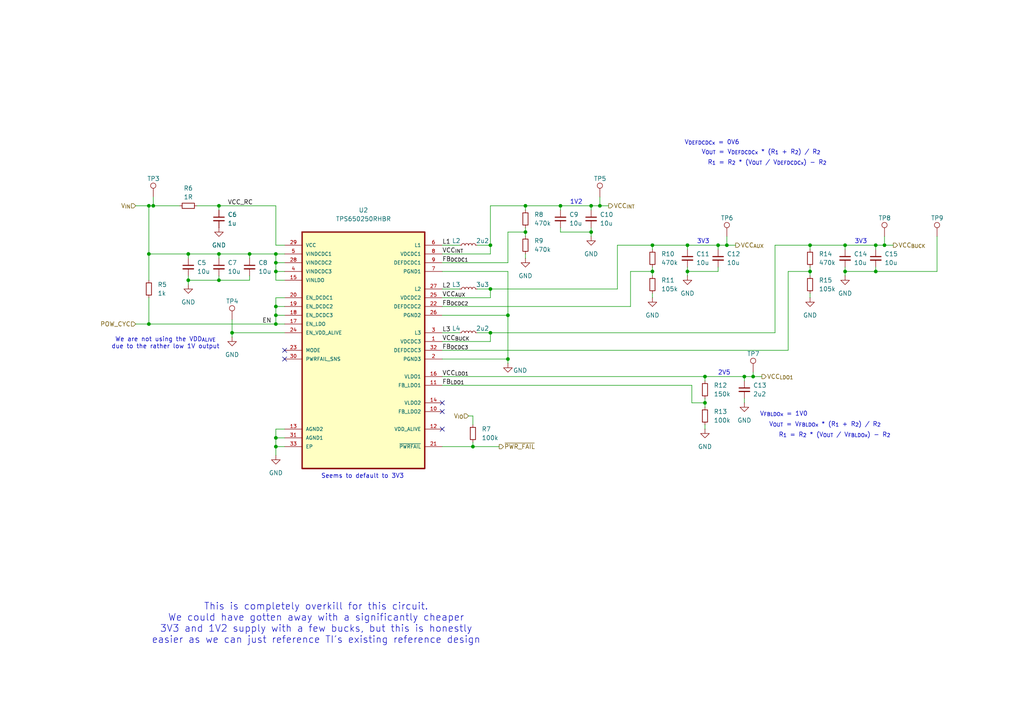
<source format=kicad_sch>
(kicad_sch
	(version 20231120)
	(generator "eeschema")
	(generator_version "8.0")
	(uuid "42dd74f1-1cc9-46a4-8896-d3c502f2748b")
	(paper "A4")
	(title_block
		(title "Power Controller")
		(date "2024-03-11")
		(rev "1")
		(company "https://github.com/Cuprum77")
	)
	(lib_symbols
		(symbol "Connector:TestPoint"
			(pin_numbers hide)
			(pin_names
				(offset 0.762) hide)
			(exclude_from_sim no)
			(in_bom yes)
			(on_board yes)
			(property "Reference" "TP"
				(at 0 6.858 0)
				(effects
					(font
						(size 1.27 1.27)
					)
				)
			)
			(property "Value" "TestPoint"
				(at 0 5.08 0)
				(effects
					(font
						(size 1.27 1.27)
					)
				)
			)
			(property "Footprint" ""
				(at 5.08 0 0)
				(effects
					(font
						(size 1.27 1.27)
					)
					(hide yes)
				)
			)
			(property "Datasheet" "~"
				(at 5.08 0 0)
				(effects
					(font
						(size 1.27 1.27)
					)
					(hide yes)
				)
			)
			(property "Description" "test point"
				(at 0 0 0)
				(effects
					(font
						(size 1.27 1.27)
					)
					(hide yes)
				)
			)
			(property "ki_keywords" "test point tp"
				(at 0 0 0)
				(effects
					(font
						(size 1.27 1.27)
					)
					(hide yes)
				)
			)
			(property "ki_fp_filters" "Pin* Test*"
				(at 0 0 0)
				(effects
					(font
						(size 1.27 1.27)
					)
					(hide yes)
				)
			)
			(symbol "TestPoint_0_1"
				(circle
					(center 0 3.302)
					(radius 0.762)
					(stroke
						(width 0)
						(type default)
					)
					(fill
						(type none)
					)
				)
			)
			(symbol "TestPoint_1_1"
				(pin passive line
					(at 0 0 90)
					(length 2.54)
					(name "1"
						(effects
							(font
								(size 1.27 1.27)
							)
						)
					)
					(number "1"
						(effects
							(font
								(size 1.27 1.27)
							)
						)
					)
				)
			)
		)
		(symbol "Cuprum:TPS650250RHBR"
			(pin_names
				(offset 1.016)
			)
			(exclude_from_sim no)
			(in_bom yes)
			(on_board yes)
			(property "Reference" "U5"
				(at 0 40.64 0)
				(effects
					(font
						(size 1.27 1.27)
					)
				)
			)
			(property "Value" "TPS650250RHBR"
				(at 0 38.1 0)
				(effects
					(font
						(size 1.27 1.27)
					)
				)
			)
			(property "Footprint" "KiCAD Library:IC_ADS125H01IRHBT"
				(at -0.508 -49.022 0)
				(effects
					(font
						(size 1.27 1.27)
					)
					(justify bottom)
					(hide yes)
				)
			)
			(property "Datasheet" ""
				(at 0 -7.62 0)
				(effects
					(font
						(size 1.27 1.27)
					)
					(hide yes)
				)
			)
			(property "Description" ""
				(at 0 -7.62 0)
				(effects
					(font
						(size 1.27 1.27)
					)
					(hide yes)
				)
			)
			(property "MF" "Texas Instruments"
				(at -0.508 -41.91 0)
				(effects
					(font
						(size 1.27 1.27)
					)
					(justify bottom)
					(hide yes)
				)
			)
			(property "Description_1" "\nConfigurable integrated power management (PMIC) with 3 DC/DC converters and 3 LDOs\n"
				(at -0.762 -44.704 0)
				(effects
					(font
						(size 1.27 1.27)
					)
					(justify bottom)
					(hide yes)
				)
			)
			(property "Package" "VQFN-32-32 Texas Instruments"
				(at -0.508 -39.624 0)
				(effects
					(font
						(size 1.27 1.27)
					)
					(justify bottom)
					(hide yes)
				)
			)
			(property "Price" "None"
				(at 0 0 0)
				(effects
					(font
						(size 1.27 1.27)
					)
					(justify bottom)
					(hide yes)
				)
			)
			(property "SnapEDA_Link" "https://www.snapeda.com/parts/TPS650250RHBR/Texas+Instruments/view-part/?ref=snap"
				(at 0 0 0)
				(effects
					(font
						(size 1.27 1.27)
					)
					(justify bottom)
					(hide yes)
				)
			)
			(property "MP" "TPS650250RHBR"
				(at 0 0 0)
				(effects
					(font
						(size 1.27 1.27)
					)
					(justify bottom)
					(hide yes)
				)
			)
			(property "Availability" "In Stock"
				(at 0 0 0)
				(effects
					(font
						(size 1.27 1.27)
					)
					(justify bottom)
					(hide yes)
				)
			)
			(property "Check_prices" "https://www.snapeda.com/parts/TPS650250RHBR/Texas+Instruments/view-part/?ref=eda"
				(at 0 0 0)
				(effects
					(font
						(size 1.27 1.27)
					)
					(justify bottom)
					(hide yes)
				)
			)
			(symbol "TPS650250RHBR_0_0"
				(rectangle
					(start -17.78 34.29)
					(end 17.78 -34.29)
					(stroke
						(width 0.41)
						(type default)
					)
					(fill
						(type background)
					)
				)
				(pin power_in line
					(at 22.86 2.54 180)
					(length 5.08)
					(name "VDCDC3"
						(effects
							(font
								(size 1.016 1.016)
							)
						)
					)
					(number "1"
						(effects
							(font
								(size 1.016 1.016)
							)
						)
					)
				)
				(pin input line
					(at 22.86 -17.78 180)
					(length 5.08)
					(name "FB_LDO2"
						(effects
							(font
								(size 1.016 1.016)
							)
						)
					)
					(number "10"
						(effects
							(font
								(size 1.016 1.016)
							)
						)
					)
				)
				(pin input line
					(at 22.86 -10.16 180)
					(length 5.08)
					(name "FB_LDO1"
						(effects
							(font
								(size 1.016 1.016)
							)
						)
					)
					(number "11"
						(effects
							(font
								(size 1.016 1.016)
							)
						)
					)
				)
				(pin output line
					(at 22.86 -22.86 180)
					(length 5.08)
					(name "VDD_ALIVE"
						(effects
							(font
								(size 1.016 1.016)
							)
						)
					)
					(number "12"
						(effects
							(font
								(size 1.016 1.016)
							)
						)
					)
				)
				(pin power_in line
					(at -22.86 -22.86 0)
					(length 5.08)
					(name "AGND2"
						(effects
							(font
								(size 1.016 1.016)
							)
						)
					)
					(number "13"
						(effects
							(font
								(size 1.016 1.016)
							)
						)
					)
				)
				(pin output line
					(at 22.86 -15.24 180)
					(length 5.08)
					(name "VLDO2"
						(effects
							(font
								(size 1.016 1.016)
							)
						)
					)
					(number "14"
						(effects
							(font
								(size 1.016 1.016)
							)
						)
					)
				)
				(pin input line
					(at -22.86 20.32 0)
					(length 5.08)
					(name "VINLDO"
						(effects
							(font
								(size 1.016 1.016)
							)
						)
					)
					(number "15"
						(effects
							(font
								(size 1.016 1.016)
							)
						)
					)
				)
				(pin output line
					(at 22.86 -7.62 180)
					(length 5.08)
					(name "VLDO1"
						(effects
							(font
								(size 1.016 1.016)
							)
						)
					)
					(number "16"
						(effects
							(font
								(size 1.016 1.016)
							)
						)
					)
				)
				(pin input line
					(at -22.86 7.62 0)
					(length 5.08)
					(name "EN_LDO"
						(effects
							(font
								(size 1.016 1.016)
							)
						)
					)
					(number "17"
						(effects
							(font
								(size 1.016 1.016)
							)
						)
					)
				)
				(pin input line
					(at -22.86 10.16 0)
					(length 5.08)
					(name "EN_DCDC3"
						(effects
							(font
								(size 1.016 1.016)
							)
						)
					)
					(number "18"
						(effects
							(font
								(size 1.016 1.016)
							)
						)
					)
				)
				(pin input line
					(at -22.86 12.7 0)
					(length 5.08)
					(name "EN_DCDC2"
						(effects
							(font
								(size 1.016 1.016)
							)
						)
					)
					(number "19"
						(effects
							(font
								(size 1.016 1.016)
							)
						)
					)
				)
				(pin power_in line
					(at 22.86 -2.54 180)
					(length 5.08)
					(name "PGND3"
						(effects
							(font
								(size 1.016 1.016)
							)
						)
					)
					(number "2"
						(effects
							(font
								(size 1.016 1.016)
							)
						)
					)
				)
				(pin input line
					(at -22.86 15.24 0)
					(length 5.08)
					(name "EN_DCDC1"
						(effects
							(font
								(size 1.016 1.016)
							)
						)
					)
					(number "20"
						(effects
							(font
								(size 1.016 1.016)
							)
						)
					)
				)
				(pin output line
					(at 22.86 -27.94 180)
					(length 5.08)
					(name "~{PWRFAIL}"
						(effects
							(font
								(size 1.016 1.016)
							)
						)
					)
					(number "21"
						(effects
							(font
								(size 1.016 1.016)
							)
						)
					)
				)
				(pin input line
					(at 22.86 12.7 180)
					(length 5.08)
					(name "DEFDCDC2"
						(effects
							(font
								(size 1.016 1.016)
							)
						)
					)
					(number "22"
						(effects
							(font
								(size 1.016 1.016)
							)
						)
					)
				)
				(pin input line
					(at -22.86 0 0)
					(length 5.08)
					(name "MODE"
						(effects
							(font
								(size 1.016 1.016)
							)
						)
					)
					(number "23"
						(effects
							(font
								(size 1.016 1.016)
							)
						)
					)
				)
				(pin input line
					(at -22.86 5.08 0)
					(length 5.08)
					(name "EN_VDD_ALIVE"
						(effects
							(font
								(size 1.016 1.016)
							)
						)
					)
					(number "24"
						(effects
							(font
								(size 1.016 1.016)
							)
						)
					)
				)
				(pin input line
					(at 22.86 15.24 180)
					(length 5.08)
					(name "VDCDC2"
						(effects
							(font
								(size 1.016 1.016)
							)
						)
					)
					(number "25"
						(effects
							(font
								(size 1.016 1.016)
							)
						)
					)
				)
				(pin power_in line
					(at 22.86 10.16 180)
					(length 5.08)
					(name "PGND2"
						(effects
							(font
								(size 1.016 1.016)
							)
						)
					)
					(number "26"
						(effects
							(font
								(size 1.016 1.016)
							)
						)
					)
				)
				(pin bidirectional line
					(at 22.86 17.78 180)
					(length 5.08)
					(name "L2"
						(effects
							(font
								(size 1.016 1.016)
							)
						)
					)
					(number "27"
						(effects
							(font
								(size 1.016 1.016)
							)
						)
					)
				)
				(pin input line
					(at -22.86 25.4 0)
					(length 5.08)
					(name "VINDCDC2"
						(effects
							(font
								(size 1.016 1.016)
							)
						)
					)
					(number "28"
						(effects
							(font
								(size 1.016 1.016)
							)
						)
					)
				)
				(pin power_in line
					(at -22.86 30.48 0)
					(length 5.08)
					(name "VCC"
						(effects
							(font
								(size 1.016 1.016)
							)
						)
					)
					(number "29"
						(effects
							(font
								(size 1.016 1.016)
							)
						)
					)
				)
				(pin bidirectional line
					(at 22.86 5.08 180)
					(length 5.08)
					(name "L3"
						(effects
							(font
								(size 1.016 1.016)
							)
						)
					)
					(number "3"
						(effects
							(font
								(size 1.016 1.016)
							)
						)
					)
				)
				(pin input line
					(at -22.86 -2.54 0)
					(length 5.08)
					(name "PWRFAIL_SNS"
						(effects
							(font
								(size 1.016 1.016)
							)
						)
					)
					(number "30"
						(effects
							(font
								(size 1.016 1.016)
							)
						)
					)
				)
				(pin power_in line
					(at -22.86 -25.4 0)
					(length 5.08)
					(name "AGND1"
						(effects
							(font
								(size 1.016 1.016)
							)
						)
					)
					(number "31"
						(effects
							(font
								(size 1.016 1.016)
							)
						)
					)
				)
				(pin input line
					(at 22.86 0 180)
					(length 5.08)
					(name "DEFDCDC3"
						(effects
							(font
								(size 1.016 1.016)
							)
						)
					)
					(number "32"
						(effects
							(font
								(size 1.016 1.016)
							)
						)
					)
				)
				(pin bidirectional line
					(at -22.86 -27.94 0)
					(length 5.08)
					(name "EP"
						(effects
							(font
								(size 1.016 1.016)
							)
						)
					)
					(number "33"
						(effects
							(font
								(size 1.016 1.016)
							)
						)
					)
				)
				(pin input line
					(at -22.86 22.86 0)
					(length 5.08)
					(name "VINDCDC3"
						(effects
							(font
								(size 1.016 1.016)
							)
						)
					)
					(number "4"
						(effects
							(font
								(size 1.016 1.016)
							)
						)
					)
				)
				(pin input line
					(at -22.86 27.94 0)
					(length 5.08)
					(name "VINDCDC1"
						(effects
							(font
								(size 1.016 1.016)
							)
						)
					)
					(number "5"
						(effects
							(font
								(size 1.016 1.016)
							)
						)
					)
				)
				(pin bidirectional line
					(at 22.86 30.48 180)
					(length 5.08)
					(name "L1"
						(effects
							(font
								(size 1.016 1.016)
							)
						)
					)
					(number "6"
						(effects
							(font
								(size 1.016 1.016)
							)
						)
					)
				)
				(pin power_in line
					(at 22.86 22.86 180)
					(length 5.08)
					(name "PGND1"
						(effects
							(font
								(size 1.016 1.016)
							)
						)
					)
					(number "7"
						(effects
							(font
								(size 1.016 1.016)
							)
						)
					)
				)
				(pin input line
					(at 22.86 27.94 180)
					(length 5.08)
					(name "VDCDC1"
						(effects
							(font
								(size 1.016 1.016)
							)
						)
					)
					(number "8"
						(effects
							(font
								(size 1.016 1.016)
							)
						)
					)
				)
				(pin input line
					(at 22.86 25.4 180)
					(length 5.08)
					(name "DEFDCDC1"
						(effects
							(font
								(size 1.016 1.016)
							)
						)
					)
					(number "9"
						(effects
							(font
								(size 1.016 1.016)
							)
						)
					)
				)
			)
			(symbol "TPS650250RHBR_1_0"
				(pin passive line
					(at -22.86 -27.94 0)
					(length 5.08) hide
					(name "EP"
						(effects
							(font
								(size 1.016 1.016)
							)
						)
					)
					(number "34"
						(effects
							(font
								(size 1.016 1.016)
							)
						)
					)
				)
				(pin passive line
					(at -22.86 -27.94 0)
					(length 5.08) hide
					(name "EP"
						(effects
							(font
								(size 1.016 1.016)
							)
						)
					)
					(number "35"
						(effects
							(font
								(size 1.016 1.016)
							)
						)
					)
				)
				(pin passive line
					(at -22.86 -27.94 0)
					(length 5.08) hide
					(name "EP"
						(effects
							(font
								(size 1.016 1.016)
							)
						)
					)
					(number "36"
						(effects
							(font
								(size 1.016 1.016)
							)
						)
					)
				)
				(pin passive line
					(at -22.86 -27.94 0)
					(length 5.08) hide
					(name "EP"
						(effects
							(font
								(size 1.016 1.016)
							)
						)
					)
					(number "37"
						(effects
							(font
								(size 1.016 1.016)
							)
						)
					)
				)
				(pin passive line
					(at -22.86 -27.94 0)
					(length 5.08) hide
					(name "EP"
						(effects
							(font
								(size 1.016 1.016)
							)
						)
					)
					(number "38"
						(effects
							(font
								(size 1.016 1.016)
							)
						)
					)
				)
			)
		)
		(symbol "Device:C_Small"
			(pin_numbers hide)
			(pin_names
				(offset 0.254) hide)
			(exclude_from_sim no)
			(in_bom yes)
			(on_board yes)
			(property "Reference" "C"
				(at 0.254 1.778 0)
				(effects
					(font
						(size 1.27 1.27)
					)
					(justify left)
				)
			)
			(property "Value" "C_Small"
				(at 0.254 -2.032 0)
				(effects
					(font
						(size 1.27 1.27)
					)
					(justify left)
				)
			)
			(property "Footprint" ""
				(at 0 0 0)
				(effects
					(font
						(size 1.27 1.27)
					)
					(hide yes)
				)
			)
			(property "Datasheet" "~"
				(at 0 0 0)
				(effects
					(font
						(size 1.27 1.27)
					)
					(hide yes)
				)
			)
			(property "Description" "Unpolarized capacitor, small symbol"
				(at 0 0 0)
				(effects
					(font
						(size 1.27 1.27)
					)
					(hide yes)
				)
			)
			(property "ki_keywords" "capacitor cap"
				(at 0 0 0)
				(effects
					(font
						(size 1.27 1.27)
					)
					(hide yes)
				)
			)
			(property "ki_fp_filters" "C_*"
				(at 0 0 0)
				(effects
					(font
						(size 1.27 1.27)
					)
					(hide yes)
				)
			)
			(symbol "C_Small_0_1"
				(polyline
					(pts
						(xy -1.524 -0.508) (xy 1.524 -0.508)
					)
					(stroke
						(width 0.3302)
						(type default)
					)
					(fill
						(type none)
					)
				)
				(polyline
					(pts
						(xy -1.524 0.508) (xy 1.524 0.508)
					)
					(stroke
						(width 0.3048)
						(type default)
					)
					(fill
						(type none)
					)
				)
			)
			(symbol "C_Small_1_1"
				(pin passive line
					(at 0 2.54 270)
					(length 2.032)
					(name "~"
						(effects
							(font
								(size 1.27 1.27)
							)
						)
					)
					(number "1"
						(effects
							(font
								(size 1.27 1.27)
							)
						)
					)
				)
				(pin passive line
					(at 0 -2.54 90)
					(length 2.032)
					(name "~"
						(effects
							(font
								(size 1.27 1.27)
							)
						)
					)
					(number "2"
						(effects
							(font
								(size 1.27 1.27)
							)
						)
					)
				)
			)
		)
		(symbol "Device:L_Small"
			(pin_numbers hide)
			(pin_names
				(offset 0.254) hide)
			(exclude_from_sim no)
			(in_bom yes)
			(on_board yes)
			(property "Reference" "L"
				(at 0.762 1.016 0)
				(effects
					(font
						(size 1.27 1.27)
					)
					(justify left)
				)
			)
			(property "Value" "L_Small"
				(at 0.762 -1.016 0)
				(effects
					(font
						(size 1.27 1.27)
					)
					(justify left)
				)
			)
			(property "Footprint" ""
				(at 0 0 0)
				(effects
					(font
						(size 1.27 1.27)
					)
					(hide yes)
				)
			)
			(property "Datasheet" "~"
				(at 0 0 0)
				(effects
					(font
						(size 1.27 1.27)
					)
					(hide yes)
				)
			)
			(property "Description" "Inductor, small symbol"
				(at 0 0 0)
				(effects
					(font
						(size 1.27 1.27)
					)
					(hide yes)
				)
			)
			(property "ki_keywords" "inductor choke coil reactor magnetic"
				(at 0 0 0)
				(effects
					(font
						(size 1.27 1.27)
					)
					(hide yes)
				)
			)
			(property "ki_fp_filters" "Choke_* *Coil* Inductor_* L_*"
				(at 0 0 0)
				(effects
					(font
						(size 1.27 1.27)
					)
					(hide yes)
				)
			)
			(symbol "L_Small_0_1"
				(arc
					(start 0 -2.032)
					(mid 0.5058 -1.524)
					(end 0 -1.016)
					(stroke
						(width 0)
						(type default)
					)
					(fill
						(type none)
					)
				)
				(arc
					(start 0 -1.016)
					(mid 0.5058 -0.508)
					(end 0 0)
					(stroke
						(width 0)
						(type default)
					)
					(fill
						(type none)
					)
				)
				(arc
					(start 0 0)
					(mid 0.5058 0.508)
					(end 0 1.016)
					(stroke
						(width 0)
						(type default)
					)
					(fill
						(type none)
					)
				)
				(arc
					(start 0 1.016)
					(mid 0.5058 1.524)
					(end 0 2.032)
					(stroke
						(width 0)
						(type default)
					)
					(fill
						(type none)
					)
				)
			)
			(symbol "L_Small_1_1"
				(pin passive line
					(at 0 2.54 270)
					(length 0.508)
					(name "~"
						(effects
							(font
								(size 1.27 1.27)
							)
						)
					)
					(number "1"
						(effects
							(font
								(size 1.27 1.27)
							)
						)
					)
				)
				(pin passive line
					(at 0 -2.54 90)
					(length 0.508)
					(name "~"
						(effects
							(font
								(size 1.27 1.27)
							)
						)
					)
					(number "2"
						(effects
							(font
								(size 1.27 1.27)
							)
						)
					)
				)
			)
		)
		(symbol "Device:R_Small"
			(pin_numbers hide)
			(pin_names
				(offset 0.254) hide)
			(exclude_from_sim no)
			(in_bom yes)
			(on_board yes)
			(property "Reference" "R"
				(at 0.762 0.508 0)
				(effects
					(font
						(size 1.27 1.27)
					)
					(justify left)
				)
			)
			(property "Value" "R_Small"
				(at 0.762 -1.016 0)
				(effects
					(font
						(size 1.27 1.27)
					)
					(justify left)
				)
			)
			(property "Footprint" ""
				(at 0 0 0)
				(effects
					(font
						(size 1.27 1.27)
					)
					(hide yes)
				)
			)
			(property "Datasheet" "~"
				(at 0 0 0)
				(effects
					(font
						(size 1.27 1.27)
					)
					(hide yes)
				)
			)
			(property "Description" "Resistor, small symbol"
				(at 0 0 0)
				(effects
					(font
						(size 1.27 1.27)
					)
					(hide yes)
				)
			)
			(property "ki_keywords" "R resistor"
				(at 0 0 0)
				(effects
					(font
						(size 1.27 1.27)
					)
					(hide yes)
				)
			)
			(property "ki_fp_filters" "R_*"
				(at 0 0 0)
				(effects
					(font
						(size 1.27 1.27)
					)
					(hide yes)
				)
			)
			(symbol "R_Small_0_1"
				(rectangle
					(start -0.762 1.778)
					(end 0.762 -1.778)
					(stroke
						(width 0.2032)
						(type default)
					)
					(fill
						(type none)
					)
				)
			)
			(symbol "R_Small_1_1"
				(pin passive line
					(at 0 2.54 270)
					(length 0.762)
					(name "~"
						(effects
							(font
								(size 1.27 1.27)
							)
						)
					)
					(number "1"
						(effects
							(font
								(size 1.27 1.27)
							)
						)
					)
				)
				(pin passive line
					(at 0 -2.54 90)
					(length 0.762)
					(name "~"
						(effects
							(font
								(size 1.27 1.27)
							)
						)
					)
					(number "2"
						(effects
							(font
								(size 1.27 1.27)
							)
						)
					)
				)
			)
		)
		(symbol "power:GND"
			(power)
			(pin_numbers hide)
			(pin_names
				(offset 0) hide)
			(exclude_from_sim no)
			(in_bom yes)
			(on_board yes)
			(property "Reference" "#PWR"
				(at 0 -6.35 0)
				(effects
					(font
						(size 1.27 1.27)
					)
					(hide yes)
				)
			)
			(property "Value" "GND"
				(at 0 -3.81 0)
				(effects
					(font
						(size 1.27 1.27)
					)
				)
			)
			(property "Footprint" ""
				(at 0 0 0)
				(effects
					(font
						(size 1.27 1.27)
					)
					(hide yes)
				)
			)
			(property "Datasheet" ""
				(at 0 0 0)
				(effects
					(font
						(size 1.27 1.27)
					)
					(hide yes)
				)
			)
			(property "Description" "Power symbol creates a global label with name \"GND\" , ground"
				(at 0 0 0)
				(effects
					(font
						(size 1.27 1.27)
					)
					(hide yes)
				)
			)
			(property "ki_keywords" "global power"
				(at 0 0 0)
				(effects
					(font
						(size 1.27 1.27)
					)
					(hide yes)
				)
			)
			(symbol "GND_0_1"
				(polyline
					(pts
						(xy 0 0) (xy 0 -1.27) (xy 1.27 -1.27) (xy 0 -2.54) (xy -1.27 -1.27) (xy 0 -1.27)
					)
					(stroke
						(width 0)
						(type default)
					)
					(fill
						(type none)
					)
				)
			)
			(symbol "GND_1_1"
				(pin power_in line
					(at 0 0 270)
					(length 0)
					(name "~"
						(effects
							(font
								(size 1.27 1.27)
							)
						)
					)
					(number "1"
						(effects
							(font
								(size 1.27 1.27)
							)
						)
					)
				)
			)
		)
	)
	(junction
		(at 234.95 71.12)
		(diameter 0)
		(color 0 0 0 0)
		(uuid "039cf108-e99d-4fec-a882-e38b0a1275da")
	)
	(junction
		(at 43.18 93.98)
		(diameter 0)
		(color 0 0 0 0)
		(uuid "07ea6f82-bb4f-4920-90c0-fc0a9cacdb07")
	)
	(junction
		(at 254 71.12)
		(diameter 0)
		(color 0 0 0 0)
		(uuid "086f942e-0fc2-4f1f-98e4-7bf546d8ad21")
	)
	(junction
		(at 44.45 59.69)
		(diameter 0)
		(color 0 0 0 0)
		(uuid "1025af41-33d3-46de-9452-37f677b778a5")
	)
	(junction
		(at 152.4 59.69)
		(diameter 0)
		(color 0 0 0 0)
		(uuid "11e592e9-26d1-444b-9b6d-0857ef004e0e")
	)
	(junction
		(at 256.54 71.12)
		(diameter 0)
		(color 0 0 0 0)
		(uuid "25b7ccae-563b-4e1c-823c-40ef69cf8f73")
	)
	(junction
		(at 43.18 59.69)
		(diameter 0)
		(color 0 0 0 0)
		(uuid "2646d953-e720-417f-b9b8-24c503c1a19f")
	)
	(junction
		(at 210.82 71.12)
		(diameter 0)
		(color 0 0 0 0)
		(uuid "299b3c96-09f7-49ef-a2ec-342d3388e868")
	)
	(junction
		(at 173.99 59.69)
		(diameter 0)
		(color 0 0 0 0)
		(uuid "2d6a3919-b83c-4732-a758-4cfc2003a2c5")
	)
	(junction
		(at 63.5 73.66)
		(diameter 0)
		(color 0 0 0 0)
		(uuid "2ec1ef21-412a-49d6-8c92-5c2b88caafe2")
	)
	(junction
		(at 80.01 73.66)
		(diameter 0)
		(color 0 0 0 0)
		(uuid "40310c81-2a2e-4728-b7e0-ea9fa8431635")
	)
	(junction
		(at 189.23 71.12)
		(diameter 0)
		(color 0 0 0 0)
		(uuid "49471c32-8c09-429e-b4f7-6168b6d91d3a")
	)
	(junction
		(at 215.9 109.22)
		(diameter 0)
		(color 0 0 0 0)
		(uuid "4aed8e02-72b0-4c41-a363-c862b2cd9ac5")
	)
	(junction
		(at 80.01 129.54)
		(diameter 0)
		(color 0 0 0 0)
		(uuid "4cfe9889-76ee-4dc9-964a-d9f586eb2bbd")
	)
	(junction
		(at 199.39 78.74)
		(diameter 0)
		(color 0 0 0 0)
		(uuid "50ec0f5d-69ff-46e7-b35b-a9b12d9735ec")
	)
	(junction
		(at 80.01 91.44)
		(diameter 0)
		(color 0 0 0 0)
		(uuid "5232309e-06bc-4a9b-b866-1b25bc25fffb")
	)
	(junction
		(at 142.24 71.12)
		(diameter 0)
		(color 0 0 0 0)
		(uuid "5a483dd8-ca8e-4e70-878b-d3df29c58d7c")
	)
	(junction
		(at 162.56 59.69)
		(diameter 0)
		(color 0 0 0 0)
		(uuid "5ea431a7-a763-4cb9-b950-5581170422c6")
	)
	(junction
		(at 80.01 88.9)
		(diameter 0)
		(color 0 0 0 0)
		(uuid "6cccbe70-a475-4364-bdb4-2e30d4e4359d")
	)
	(junction
		(at 63.5 59.69)
		(diameter 0)
		(color 0 0 0 0)
		(uuid "6ced2314-a480-425e-8b6c-0b0eaf4a8469")
	)
	(junction
		(at 204.47 116.84)
		(diameter 0)
		(color 0 0 0 0)
		(uuid "6da3142a-635f-4d67-aef2-c4f63e78255a")
	)
	(junction
		(at 189.23 78.74)
		(diameter 0)
		(color 0 0 0 0)
		(uuid "6e93ebc4-952b-44fb-8321-5d07eabaadfa")
	)
	(junction
		(at 254 78.74)
		(diameter 0)
		(color 0 0 0 0)
		(uuid "75faa190-bcef-42c1-b24f-5ab0994f1655")
	)
	(junction
		(at 171.45 67.31)
		(diameter 0)
		(color 0 0 0 0)
		(uuid "799f655d-7edf-40a0-a4f9-221f8b8faa47")
	)
	(junction
		(at 245.11 71.12)
		(diameter 0)
		(color 0 0 0 0)
		(uuid "7e2e9333-0b75-4ffb-a48a-0ce2d4f5c024")
	)
	(junction
		(at 137.16 129.54)
		(diameter 0)
		(color 0 0 0 0)
		(uuid "9266a0f1-2e36-4f0a-bedc-ac962c3ebf7d")
	)
	(junction
		(at 142.24 96.52)
		(diameter 0)
		(color 0 0 0 0)
		(uuid "973e1580-80dd-41ee-bd34-5dfcc1a54093")
	)
	(junction
		(at 147.32 104.14)
		(diameter 0)
		(color 0 0 0 0)
		(uuid "9b3ed46e-3ded-4ef3-84ba-2c75e5fd2e58")
	)
	(junction
		(at 142.24 83.82)
		(diameter 0)
		(color 0 0 0 0)
		(uuid "a29ddae1-b327-4e67-82df-2075d6a4a563")
	)
	(junction
		(at 63.5 81.28)
		(diameter 0)
		(color 0 0 0 0)
		(uuid "a78b989a-f77e-49ec-ab66-f964dba7dffc")
	)
	(junction
		(at 43.18 73.66)
		(diameter 0)
		(color 0 0 0 0)
		(uuid "a85dbb53-5aac-4e96-9e29-3f03fb302f30")
	)
	(junction
		(at 245.11 78.74)
		(diameter 0)
		(color 0 0 0 0)
		(uuid "ad592e7b-a75f-4528-8e91-61fe876abb1c")
	)
	(junction
		(at 54.61 81.28)
		(diameter 0)
		(color 0 0 0 0)
		(uuid "b060a964-39f3-443f-a9ad-c8cf1c8e798b")
	)
	(junction
		(at 80.01 78.74)
		(diameter 0)
		(color 0 0 0 0)
		(uuid "b2421fa3-3038-49ee-88b0-0046f8172baf")
	)
	(junction
		(at 72.39 73.66)
		(diameter 0)
		(color 0 0 0 0)
		(uuid "b599e78d-206d-4b96-8eca-ef77ea93751a")
	)
	(junction
		(at 218.44 109.22)
		(diameter 0)
		(color 0 0 0 0)
		(uuid "c252ffdd-7878-4525-9d11-0a7044a42f47")
	)
	(junction
		(at 171.45 59.69)
		(diameter 0)
		(color 0 0 0 0)
		(uuid "c8579fe5-8592-41ee-8770-cd6b90a89f00")
	)
	(junction
		(at 152.4 67.31)
		(diameter 0)
		(color 0 0 0 0)
		(uuid "ca055ba6-d43f-49aa-a5ed-d9f3202e27db")
	)
	(junction
		(at 67.31 96.52)
		(diameter 0)
		(color 0 0 0 0)
		(uuid "cc0eaca1-2ffe-4c48-be44-3a5f40810dd5")
	)
	(junction
		(at 234.95 78.74)
		(diameter 0)
		(color 0 0 0 0)
		(uuid "cca2bd08-9c15-45ec-9247-ef33fb2353d6")
	)
	(junction
		(at 80.01 127)
		(diameter 0)
		(color 0 0 0 0)
		(uuid "cf96ebd0-58c4-4bf7-be2c-46bb81d81f23")
	)
	(junction
		(at 80.01 93.98)
		(diameter 0)
		(color 0 0 0 0)
		(uuid "e2d2124c-a9ef-4a3f-ad1a-f2dd76fe52bb")
	)
	(junction
		(at 54.61 73.66)
		(diameter 0)
		(color 0 0 0 0)
		(uuid "e319cefb-2ebd-4725-97e2-932b09bc4dbe")
	)
	(junction
		(at 147.32 91.44)
		(diameter 0)
		(color 0 0 0 0)
		(uuid "e3bf0d2f-8086-4f79-b6d7-f3089c2e7ac3")
	)
	(junction
		(at 80.01 76.2)
		(diameter 0)
		(color 0 0 0 0)
		(uuid "e61fec0a-1584-40e3-94bc-fa1fbf3500a8")
	)
	(junction
		(at 204.47 109.22)
		(diameter 0)
		(color 0 0 0 0)
		(uuid "eac73bd9-a235-40a5-afc6-f6d02cfffc60")
	)
	(junction
		(at 208.28 71.12)
		(diameter 0)
		(color 0 0 0 0)
		(uuid "f176ed06-d99b-4fd1-acb9-a953fbdda027")
	)
	(junction
		(at 199.39 71.12)
		(diameter 0)
		(color 0 0 0 0)
		(uuid "f36b5561-d3f5-4703-a839-ad8ecc894531")
	)
	(no_connect
		(at 82.55 104.14)
		(uuid "10950b15-4a06-4ce9-bea2-5b184baf9b43")
	)
	(no_connect
		(at 82.55 101.6)
		(uuid "3518e266-827c-4fab-b6da-80e9fbc23beb")
	)
	(no_connect
		(at 128.27 116.84)
		(uuid "3d4bfc7a-aeef-4645-b950-70deec15a4cc")
	)
	(no_connect
		(at 128.27 124.46)
		(uuid "93927f16-5a3e-42ca-9636-8a2b6b149393")
	)
	(no_connect
		(at 128.27 119.38)
		(uuid "d915a3ee-9bd2-45ba-95fa-eb7e0ec2a044")
	)
	(wire
		(pts
			(xy 182.88 78.74) (xy 182.88 88.9)
		)
		(stroke
			(width 0)
			(type default)
		)
		(uuid "0006d07a-9b73-42a1-bc52-71f063f4166b")
	)
	(wire
		(pts
			(xy 128.27 111.76) (xy 200.66 111.76)
		)
		(stroke
			(width 0)
			(type default)
		)
		(uuid "00cef479-f003-4f55-ae00-926516202e9a")
	)
	(wire
		(pts
			(xy 189.23 71.12) (xy 199.39 71.12)
		)
		(stroke
			(width 0)
			(type default)
		)
		(uuid "05c0d27e-348e-4d06-b6ca-af17fe654626")
	)
	(wire
		(pts
			(xy 271.78 68.58) (xy 271.78 78.74)
		)
		(stroke
			(width 0)
			(type default)
		)
		(uuid "0785f84a-b114-4855-93d7-a65294cb99e9")
	)
	(wire
		(pts
			(xy 199.39 78.74) (xy 208.28 78.74)
		)
		(stroke
			(width 0)
			(type default)
		)
		(uuid "130d8bde-07fa-4237-9283-c142737afa6a")
	)
	(wire
		(pts
			(xy 54.61 80.01) (xy 54.61 81.28)
		)
		(stroke
			(width 0)
			(type default)
		)
		(uuid "173c2fdd-88c3-4897-9d7e-505134c52908")
	)
	(wire
		(pts
			(xy 138.43 83.82) (xy 142.24 83.82)
		)
		(stroke
			(width 0)
			(type default)
		)
		(uuid "180c1ebe-3dfa-4492-90b2-5d181281c623")
	)
	(wire
		(pts
			(xy 80.01 86.36) (xy 80.01 88.9)
		)
		(stroke
			(width 0)
			(type default)
		)
		(uuid "1960146a-b83f-4606-8ed1-3bbf4bc0418a")
	)
	(wire
		(pts
			(xy 162.56 67.31) (xy 171.45 67.31)
		)
		(stroke
			(width 0)
			(type default)
		)
		(uuid "1c946936-da25-41b9-ad45-0c9fcbe071bc")
	)
	(wire
		(pts
			(xy 63.5 73.66) (xy 72.39 73.66)
		)
		(stroke
			(width 0)
			(type default)
		)
		(uuid "1e26cc4c-8eb1-47ba-9a3c-a37bdd04b65c")
	)
	(wire
		(pts
			(xy 80.01 78.74) (xy 82.55 78.74)
		)
		(stroke
			(width 0)
			(type default)
		)
		(uuid "1e2c9800-a869-48cd-a6b6-f00086ea1356")
	)
	(wire
		(pts
			(xy 254 77.47) (xy 254 78.74)
		)
		(stroke
			(width 0)
			(type default)
		)
		(uuid "1e69e16c-38cd-4cb0-ad07-1d621752a48e")
	)
	(wire
		(pts
			(xy 128.27 91.44) (xy 147.32 91.44)
		)
		(stroke
			(width 0)
			(type default)
		)
		(uuid "1f4dc0f3-e688-4890-90fb-85d9d7a0da12")
	)
	(wire
		(pts
			(xy 218.44 109.22) (xy 220.98 109.22)
		)
		(stroke
			(width 0)
			(type default)
		)
		(uuid "20974811-0c5a-4664-8b67-3ecd2ffd9d06")
	)
	(wire
		(pts
			(xy 138.43 96.52) (xy 142.24 96.52)
		)
		(stroke
			(width 0)
			(type default)
		)
		(uuid "21140f35-088c-490c-96b0-d43e35d11315")
	)
	(wire
		(pts
			(xy 128.27 71.12) (xy 133.35 71.12)
		)
		(stroke
			(width 0)
			(type default)
		)
		(uuid "2195268d-57c9-4289-a680-de8618c30714")
	)
	(wire
		(pts
			(xy 152.4 67.31) (xy 152.4 68.58)
		)
		(stroke
			(width 0)
			(type default)
		)
		(uuid "224652b9-84bc-4478-aa18-b4f72e059c2c")
	)
	(wire
		(pts
			(xy 245.11 78.74) (xy 254 78.74)
		)
		(stroke
			(width 0)
			(type default)
		)
		(uuid "227df777-08af-4222-b62e-e11cad19ddf9")
	)
	(wire
		(pts
			(xy 80.01 93.98) (xy 82.55 93.98)
		)
		(stroke
			(width 0)
			(type default)
		)
		(uuid "2569e00e-054e-448f-957d-f3a71556b67d")
	)
	(wire
		(pts
			(xy 43.18 73.66) (xy 43.18 81.28)
		)
		(stroke
			(width 0)
			(type default)
		)
		(uuid "25a1e476-330f-42ef-9268-b670081a0699")
	)
	(wire
		(pts
			(xy 57.15 59.69) (xy 63.5 59.69)
		)
		(stroke
			(width 0)
			(type default)
		)
		(uuid "2878ab18-f256-4e34-bf8f-cdd5dbd3cf65")
	)
	(wire
		(pts
			(xy 215.9 109.22) (xy 218.44 109.22)
		)
		(stroke
			(width 0)
			(type default)
		)
		(uuid "370919ea-e0db-430c-ac35-d4b1d9f16e5a")
	)
	(wire
		(pts
			(xy 137.16 129.54) (xy 137.16 128.27)
		)
		(stroke
			(width 0)
			(type default)
		)
		(uuid "39517385-f5de-4bd0-b81c-1624cc45b6a4")
	)
	(wire
		(pts
			(xy 152.4 60.96) (xy 152.4 59.69)
		)
		(stroke
			(width 0)
			(type default)
		)
		(uuid "3ae749fe-6973-4e87-baf2-133a4a02c68d")
	)
	(wire
		(pts
			(xy 82.55 76.2) (xy 80.01 76.2)
		)
		(stroke
			(width 0)
			(type default)
		)
		(uuid "3c696142-42ce-4baa-86ba-b9d94720cee7")
	)
	(wire
		(pts
			(xy 256.54 68.58) (xy 256.54 71.12)
		)
		(stroke
			(width 0)
			(type default)
		)
		(uuid "3e0c928b-3745-4fcc-8e6f-6b73c43c18ea")
	)
	(wire
		(pts
			(xy 199.39 78.74) (xy 199.39 80.01)
		)
		(stroke
			(width 0)
			(type default)
		)
		(uuid "405385da-8135-4f5e-ab44-0d6d2784e3d1")
	)
	(wire
		(pts
			(xy 173.99 59.69) (xy 176.53 59.69)
		)
		(stroke
			(width 0)
			(type default)
		)
		(uuid "41af2de0-57fc-4996-b88d-aa99f8b3700a")
	)
	(wire
		(pts
			(xy 80.01 127) (xy 80.01 124.46)
		)
		(stroke
			(width 0)
			(type default)
		)
		(uuid "450eef5d-ebd0-43f5-9c0e-dd60891abc97")
	)
	(wire
		(pts
			(xy 254 71.12) (xy 254 72.39)
		)
		(stroke
			(width 0)
			(type default)
		)
		(uuid "497a3e2a-6a2a-4f92-a12e-8f06052a9fd3")
	)
	(wire
		(pts
			(xy 142.24 96.52) (xy 224.79 96.52)
		)
		(stroke
			(width 0)
			(type default)
		)
		(uuid "4da3cf83-181c-4b82-8824-a010425e5d66")
	)
	(wire
		(pts
			(xy 63.5 74.93) (xy 63.5 73.66)
		)
		(stroke
			(width 0)
			(type default)
		)
		(uuid "4dbd85de-9bf8-499c-827c-2d9d191af2ae")
	)
	(wire
		(pts
			(xy 128.27 86.36) (xy 142.24 86.36)
		)
		(stroke
			(width 0)
			(type default)
		)
		(uuid "4f509dc2-5161-4207-a667-8aeaf6f435a6")
	)
	(wire
		(pts
			(xy 142.24 83.82) (xy 179.07 83.82)
		)
		(stroke
			(width 0)
			(type default)
		)
		(uuid "4f88a40b-3fef-498a-8d28-c65920dbe251")
	)
	(wire
		(pts
			(xy 152.4 73.66) (xy 152.4 74.93)
		)
		(stroke
			(width 0)
			(type default)
		)
		(uuid "50befafa-ce9e-49cc-b181-3096cbef483c")
	)
	(wire
		(pts
			(xy 179.07 83.82) (xy 179.07 71.12)
		)
		(stroke
			(width 0)
			(type default)
		)
		(uuid "51120440-0e21-4f30-a523-1ca3195ada62")
	)
	(wire
		(pts
			(xy 189.23 85.09) (xy 189.23 86.36)
		)
		(stroke
			(width 0)
			(type default)
		)
		(uuid "518fdc5c-1f11-4903-836f-020edda20913")
	)
	(wire
		(pts
			(xy 43.18 86.36) (xy 43.18 93.98)
		)
		(stroke
			(width 0)
			(type default)
		)
		(uuid "54af0814-6216-4d68-aa2d-d73205787bc9")
	)
	(wire
		(pts
			(xy 171.45 59.69) (xy 171.45 60.96)
		)
		(stroke
			(width 0)
			(type default)
		)
		(uuid "54e3ea56-d754-45d3-9495-21f0074488b7")
	)
	(wire
		(pts
			(xy 142.24 86.36) (xy 142.24 83.82)
		)
		(stroke
			(width 0)
			(type default)
		)
		(uuid "55ba083c-d3ab-44eb-bec4-61adb46f18a9")
	)
	(wire
		(pts
			(xy 215.9 116.84) (xy 215.9 115.57)
		)
		(stroke
			(width 0)
			(type default)
		)
		(uuid "5711363e-bfed-4b82-b9ea-ee6fbdb6ddf0")
	)
	(wire
		(pts
			(xy 128.27 78.74) (xy 147.32 78.74)
		)
		(stroke
			(width 0)
			(type default)
		)
		(uuid "58953bb4-a993-4483-90a6-2e313890721c")
	)
	(wire
		(pts
			(xy 128.27 104.14) (xy 147.32 104.14)
		)
		(stroke
			(width 0)
			(type default)
		)
		(uuid "5bd4f1d1-aa7c-4775-8377-84d7ca9d3e5a")
	)
	(wire
		(pts
			(xy 162.56 59.69) (xy 171.45 59.69)
		)
		(stroke
			(width 0)
			(type default)
		)
		(uuid "5cc8c45c-bfd9-486f-9b0d-0b4b0ef45ac6")
	)
	(wire
		(pts
			(xy 245.11 71.12) (xy 254 71.12)
		)
		(stroke
			(width 0)
			(type default)
		)
		(uuid "5e800ee8-e719-4b6e-9ba8-20cb8adc357b")
	)
	(wire
		(pts
			(xy 80.01 91.44) (xy 80.01 93.98)
		)
		(stroke
			(width 0)
			(type default)
		)
		(uuid "5ff39c7d-7b7d-4f1c-9491-ad8e03bf0c40")
	)
	(wire
		(pts
			(xy 215.9 110.49) (xy 215.9 109.22)
		)
		(stroke
			(width 0)
			(type default)
		)
		(uuid "613cb2f8-76a5-4b45-a446-cf51bec53dcf")
	)
	(wire
		(pts
			(xy 189.23 78.74) (xy 189.23 80.01)
		)
		(stroke
			(width 0)
			(type default)
		)
		(uuid "61e60e94-86ee-49f9-9b95-042d7ff1cd3c")
	)
	(wire
		(pts
			(xy 82.55 73.66) (xy 80.01 73.66)
		)
		(stroke
			(width 0)
			(type default)
		)
		(uuid "6220d984-b354-46b8-83c9-01ef14f3a34a")
	)
	(wire
		(pts
			(xy 63.5 59.69) (xy 63.5 60.96)
		)
		(stroke
			(width 0)
			(type default)
		)
		(uuid "69ba3786-b5f7-49b3-9776-efa1db9b2d48")
	)
	(wire
		(pts
			(xy 43.18 59.69) (xy 44.45 59.69)
		)
		(stroke
			(width 0)
			(type default)
		)
		(uuid "6b11da99-b982-4a6b-96d5-269d81d14ec7")
	)
	(wire
		(pts
			(xy 128.27 129.54) (xy 137.16 129.54)
		)
		(stroke
			(width 0)
			(type default)
		)
		(uuid "6da0e995-2af6-420f-90b0-dab302aee8ce")
	)
	(wire
		(pts
			(xy 254 71.12) (xy 256.54 71.12)
		)
		(stroke
			(width 0)
			(type default)
		)
		(uuid "6fcec135-da71-4792-a527-780729eb28f4")
	)
	(wire
		(pts
			(xy 39.37 93.98) (xy 43.18 93.98)
		)
		(stroke
			(width 0)
			(type default)
		)
		(uuid "6ffd0441-bb4f-4116-b5d6-56bb02d10672")
	)
	(wire
		(pts
			(xy 210.82 68.58) (xy 210.82 71.12)
		)
		(stroke
			(width 0)
			(type default)
		)
		(uuid "75772f61-83fa-4f25-85b8-a4d734680aa4")
	)
	(wire
		(pts
			(xy 82.55 81.28) (xy 80.01 81.28)
		)
		(stroke
			(width 0)
			(type default)
		)
		(uuid "75b3f619-e165-497a-a597-055d3f07ab6d")
	)
	(wire
		(pts
			(xy 147.32 76.2) (xy 147.32 67.31)
		)
		(stroke
			(width 0)
			(type default)
		)
		(uuid "75fa0c64-fc54-49e9-9a23-95f5b7b2e036")
	)
	(wire
		(pts
			(xy 173.99 57.15) (xy 173.99 59.69)
		)
		(stroke
			(width 0)
			(type default)
		)
		(uuid "77a99aef-9068-4c2c-a961-82409b1cde55")
	)
	(wire
		(pts
			(xy 80.01 127) (xy 82.55 127)
		)
		(stroke
			(width 0)
			(type default)
		)
		(uuid "7a9f7a34-e7b0-4c3f-98ad-32ee9373b9bc")
	)
	(wire
		(pts
			(xy 271.78 78.74) (xy 254 78.74)
		)
		(stroke
			(width 0)
			(type default)
		)
		(uuid "7cdc4df4-78fd-4f98-9d2c-abecf862d0e0")
	)
	(wire
		(pts
			(xy 199.39 71.12) (xy 199.39 72.39)
		)
		(stroke
			(width 0)
			(type default)
		)
		(uuid "7cec0e8e-43ee-4a2c-8d8c-81f11cda1fd7")
	)
	(wire
		(pts
			(xy 204.47 123.19) (xy 204.47 124.46)
		)
		(stroke
			(width 0)
			(type default)
		)
		(uuid "7d569ad2-e261-4897-ac80-4268f024d044")
	)
	(wire
		(pts
			(xy 72.39 73.66) (xy 72.39 74.93)
		)
		(stroke
			(width 0)
			(type default)
		)
		(uuid "7dbc57c2-7c7e-4d39-9069-b3c4fd93962e")
	)
	(wire
		(pts
			(xy 204.47 115.57) (xy 204.47 116.84)
		)
		(stroke
			(width 0)
			(type default)
		)
		(uuid "7f1269d0-aaf7-45d1-afcd-f44231e745ad")
	)
	(wire
		(pts
			(xy 234.95 72.39) (xy 234.95 71.12)
		)
		(stroke
			(width 0)
			(type default)
		)
		(uuid "80c3a022-3500-47b6-b80e-21d124c70f13")
	)
	(wire
		(pts
			(xy 142.24 73.66) (xy 142.24 71.12)
		)
		(stroke
			(width 0)
			(type default)
		)
		(uuid "810ee216-47a4-4d84-9be4-2bca3cc657c3")
	)
	(wire
		(pts
			(xy 54.61 81.28) (xy 63.5 81.28)
		)
		(stroke
			(width 0)
			(type default)
		)
		(uuid "81fed4e0-0e68-48ef-9111-08e24978775b")
	)
	(wire
		(pts
			(xy 72.39 73.66) (xy 80.01 73.66)
		)
		(stroke
			(width 0)
			(type default)
		)
		(uuid "8309fc4e-4ee5-4c13-9619-eb715459db28")
	)
	(wire
		(pts
			(xy 147.32 78.74) (xy 147.32 91.44)
		)
		(stroke
			(width 0)
			(type default)
		)
		(uuid "83cd6607-3ada-412c-9c4c-34413a11a9d9")
	)
	(wire
		(pts
			(xy 138.43 71.12) (xy 142.24 71.12)
		)
		(stroke
			(width 0)
			(type default)
		)
		(uuid "854f4592-f989-4eeb-9c6c-164560167da3")
	)
	(wire
		(pts
			(xy 147.32 104.14) (xy 147.32 105.41)
		)
		(stroke
			(width 0)
			(type default)
		)
		(uuid "8668fb1a-2119-48b3-b81e-0f76fa28bff8")
	)
	(wire
		(pts
			(xy 199.39 77.47) (xy 199.39 78.74)
		)
		(stroke
			(width 0)
			(type default)
		)
		(uuid "874b00b5-be60-41e6-9b57-f496aec7b0db")
	)
	(wire
		(pts
			(xy 128.27 83.82) (xy 133.35 83.82)
		)
		(stroke
			(width 0)
			(type default)
		)
		(uuid "880f1258-c289-4f64-bb0f-ff743b19043f")
	)
	(wire
		(pts
			(xy 189.23 72.39) (xy 189.23 71.12)
		)
		(stroke
			(width 0)
			(type default)
		)
		(uuid "8a2ef4db-cdcd-4421-8ae9-c1dae0704b8a")
	)
	(wire
		(pts
			(xy 152.4 59.69) (xy 162.56 59.69)
		)
		(stroke
			(width 0)
			(type default)
		)
		(uuid "8b6871b2-ced8-464f-a87a-6ffd9de0e666")
	)
	(wire
		(pts
			(xy 44.45 59.69) (xy 52.07 59.69)
		)
		(stroke
			(width 0)
			(type default)
		)
		(uuid "8f29a00d-f15c-4249-a84a-6afa5bda684b")
	)
	(wire
		(pts
			(xy 245.11 71.12) (xy 245.11 72.39)
		)
		(stroke
			(width 0)
			(type default)
		)
		(uuid "8f87298b-b435-4024-b25b-bf1b4feeafeb")
	)
	(wire
		(pts
			(xy 128.27 101.6) (xy 228.6 101.6)
		)
		(stroke
			(width 0)
			(type default)
		)
		(uuid "9129863e-7ab7-409c-ab1b-889fb97e7fd3")
	)
	(wire
		(pts
			(xy 67.31 97.79) (xy 67.31 96.52)
		)
		(stroke
			(width 0)
			(type default)
		)
		(uuid "932cda99-3dce-4b0c-96ac-a52a41e04357")
	)
	(wire
		(pts
			(xy 128.27 88.9) (xy 182.88 88.9)
		)
		(stroke
			(width 0)
			(type default)
		)
		(uuid "9588e99d-e535-48f4-8f94-8ca8c7334c34")
	)
	(wire
		(pts
			(xy 224.79 96.52) (xy 224.79 71.12)
		)
		(stroke
			(width 0)
			(type default)
		)
		(uuid "964c00c0-eb68-4f5e-ae14-13d67c1c0dbf")
	)
	(wire
		(pts
			(xy 137.16 120.65) (xy 137.16 123.19)
		)
		(stroke
			(width 0)
			(type default)
		)
		(uuid "975d8dff-de01-42fa-9f60-9f032e8372bd")
	)
	(wire
		(pts
			(xy 80.01 73.66) (xy 80.01 76.2)
		)
		(stroke
			(width 0)
			(type default)
		)
		(uuid "9f3c69b0-d631-475d-8f4f-d89458960db0")
	)
	(wire
		(pts
			(xy 137.16 129.54) (xy 144.78 129.54)
		)
		(stroke
			(width 0)
			(type default)
		)
		(uuid "a1f5924b-5faa-4e22-812b-c5da27e60716")
	)
	(wire
		(pts
			(xy 54.61 73.66) (xy 54.61 74.93)
		)
		(stroke
			(width 0)
			(type default)
		)
		(uuid "a3856731-1371-40ff-bf86-9f8bb7b6d195")
	)
	(wire
		(pts
			(xy 39.37 59.69) (xy 43.18 59.69)
		)
		(stroke
			(width 0)
			(type default)
		)
		(uuid "a3917e78-e511-489d-952a-ae29971fd700")
	)
	(wire
		(pts
			(xy 128.27 76.2) (xy 147.32 76.2)
		)
		(stroke
			(width 0)
			(type default)
		)
		(uuid "a465d960-50e0-4c15-bc1b-e7aff86e07ca")
	)
	(wire
		(pts
			(xy 63.5 80.01) (xy 63.5 81.28)
		)
		(stroke
			(width 0)
			(type default)
		)
		(uuid "a5a5c60c-445c-4d6b-9d9d-469599eeae12")
	)
	(wire
		(pts
			(xy 171.45 59.69) (xy 173.99 59.69)
		)
		(stroke
			(width 0)
			(type default)
		)
		(uuid "a6772b70-8d0f-40b5-b7a8-736ddee164ff")
	)
	(wire
		(pts
			(xy 43.18 73.66) (xy 54.61 73.66)
		)
		(stroke
			(width 0)
			(type default)
		)
		(uuid "a710b0a0-9997-4c0c-bc53-94cf838d6e82")
	)
	(wire
		(pts
			(xy 82.55 91.44) (xy 80.01 91.44)
		)
		(stroke
			(width 0)
			(type default)
		)
		(uuid "a8983300-a02a-485c-a883-60dcc279d1e5")
	)
	(wire
		(pts
			(xy 80.01 76.2) (xy 80.01 78.74)
		)
		(stroke
			(width 0)
			(type default)
		)
		(uuid "a987868b-eb61-473b-acda-3a9b8bd8cae2")
	)
	(wire
		(pts
			(xy 182.88 78.74) (xy 189.23 78.74)
		)
		(stroke
			(width 0)
			(type default)
		)
		(uuid "aa6be35f-f431-48e5-b6c6-b5a393dc4686")
	)
	(wire
		(pts
			(xy 82.55 71.12) (xy 80.01 71.12)
		)
		(stroke
			(width 0)
			(type default)
		)
		(uuid "af4121b4-e753-4349-9bac-6bd36f868f97")
	)
	(wire
		(pts
			(xy 147.32 91.44) (xy 147.32 104.14)
		)
		(stroke
			(width 0)
			(type default)
		)
		(uuid "b0189a5e-2e29-46dd-802b-2e0d25700795")
	)
	(wire
		(pts
			(xy 72.39 80.01) (xy 72.39 81.28)
		)
		(stroke
			(width 0)
			(type default)
		)
		(uuid "b1579148-cde3-4013-b02f-3641e79db84e")
	)
	(wire
		(pts
			(xy 245.11 77.47) (xy 245.11 78.74)
		)
		(stroke
			(width 0)
			(type default)
		)
		(uuid "b2559d7b-a6e6-495f-b013-7b3e9fd8b421")
	)
	(wire
		(pts
			(xy 80.01 124.46) (xy 82.55 124.46)
		)
		(stroke
			(width 0)
			(type default)
		)
		(uuid "b30ab007-c168-4097-891e-5cbd0be1ccbb")
	)
	(wire
		(pts
			(xy 204.47 116.84) (xy 204.47 118.11)
		)
		(stroke
			(width 0)
			(type default)
		)
		(uuid "b3b1fd9c-0bfe-43b4-b78d-26b4eb8a7652")
	)
	(wire
		(pts
			(xy 44.45 57.15) (xy 44.45 59.69)
		)
		(stroke
			(width 0)
			(type default)
		)
		(uuid "b4546bb7-0fd4-4a9b-8af9-071bf2243371")
	)
	(wire
		(pts
			(xy 54.61 81.28) (xy 54.61 82.55)
		)
		(stroke
			(width 0)
			(type default)
		)
		(uuid "b53293d5-d58e-4004-adfe-07d145ee56af")
	)
	(wire
		(pts
			(xy 179.07 71.12) (xy 189.23 71.12)
		)
		(stroke
			(width 0)
			(type default)
		)
		(uuid "b55339d9-128c-4ff8-a149-55ee4f70a326")
	)
	(wire
		(pts
			(xy 54.61 73.66) (xy 63.5 73.66)
		)
		(stroke
			(width 0)
			(type default)
		)
		(uuid "b740c9ce-7c19-49fb-a208-358d0dfd0749")
	)
	(wire
		(pts
			(xy 67.31 92.71) (xy 67.31 96.52)
		)
		(stroke
			(width 0)
			(type default)
		)
		(uuid "b7c63105-fbc5-4f15-bcda-11e65cbd4ec7")
	)
	(wire
		(pts
			(xy 63.5 81.28) (xy 72.39 81.28)
		)
		(stroke
			(width 0)
			(type default)
		)
		(uuid "b82e8baa-dec4-4e3d-a3cb-05eb8ab3084a")
	)
	(wire
		(pts
			(xy 224.79 71.12) (xy 234.95 71.12)
		)
		(stroke
			(width 0)
			(type default)
		)
		(uuid "b8eb0af4-63ee-4290-82f5-300f6a846907")
	)
	(wire
		(pts
			(xy 80.01 71.12) (xy 80.01 59.69)
		)
		(stroke
			(width 0)
			(type default)
		)
		(uuid "c0905995-d6ae-4404-ae2e-1cb1d8582814")
	)
	(wire
		(pts
			(xy 80.01 129.54) (xy 80.01 127)
		)
		(stroke
			(width 0)
			(type default)
		)
		(uuid "c137d69b-cd43-44b6-a131-65c8a987e093")
	)
	(wire
		(pts
			(xy 142.24 59.69) (xy 152.4 59.69)
		)
		(stroke
			(width 0)
			(type default)
		)
		(uuid "c1e13e73-3c70-4ff3-8e6f-c4e2e999f74c")
	)
	(wire
		(pts
			(xy 208.28 77.47) (xy 208.28 78.74)
		)
		(stroke
			(width 0)
			(type default)
		)
		(uuid "c2cc394a-bb6b-4dff-a450-18a3634ff5f3")
	)
	(wire
		(pts
			(xy 82.55 88.9) (xy 80.01 88.9)
		)
		(stroke
			(width 0)
			(type default)
		)
		(uuid "c50fd3ba-e3c0-4bf7-b066-749516d39874")
	)
	(wire
		(pts
			(xy 208.28 71.12) (xy 208.28 72.39)
		)
		(stroke
			(width 0)
			(type default)
		)
		(uuid "c6c86d84-40e7-482a-a690-c72fb36cee29")
	)
	(wire
		(pts
			(xy 204.47 116.84) (xy 200.66 116.84)
		)
		(stroke
			(width 0)
			(type default)
		)
		(uuid "cd7b0e4d-790d-42fb-b99b-d6f4ca1f30fc")
	)
	(wire
		(pts
			(xy 204.47 109.22) (xy 204.47 110.49)
		)
		(stroke
			(width 0)
			(type default)
		)
		(uuid "ce898128-9ad2-423f-970a-5321f1c6e05a")
	)
	(wire
		(pts
			(xy 128.27 109.22) (xy 204.47 109.22)
		)
		(stroke
			(width 0)
			(type default)
		)
		(uuid "d01cdbaf-7542-48e2-95c3-824db99f3e5c")
	)
	(wire
		(pts
			(xy 208.28 71.12) (xy 210.82 71.12)
		)
		(stroke
			(width 0)
			(type default)
		)
		(uuid "d0cecdf4-05f5-46db-89de-5d03e65ad968")
	)
	(wire
		(pts
			(xy 234.95 71.12) (xy 245.11 71.12)
		)
		(stroke
			(width 0)
			(type default)
		)
		(uuid "d121d10f-d471-408c-8ede-095f0cdc61e8")
	)
	(wire
		(pts
			(xy 199.39 71.12) (xy 208.28 71.12)
		)
		(stroke
			(width 0)
			(type default)
		)
		(uuid "d1733469-8be9-41dc-a2bc-1ceecd3e82a4")
	)
	(wire
		(pts
			(xy 147.32 67.31) (xy 152.4 67.31)
		)
		(stroke
			(width 0)
			(type default)
		)
		(uuid "d49e8122-0bb1-4fd9-a4e8-328c7df09f77")
	)
	(wire
		(pts
			(xy 234.95 78.74) (xy 234.95 80.01)
		)
		(stroke
			(width 0)
			(type default)
		)
		(uuid "d4db7ebe-440c-49d1-934a-1743f642e730")
	)
	(wire
		(pts
			(xy 162.56 66.04) (xy 162.56 67.31)
		)
		(stroke
			(width 0)
			(type default)
		)
		(uuid "d4dfc4fb-ab85-43f4-be93-11d7c241aae0")
	)
	(wire
		(pts
			(xy 171.45 67.31) (xy 171.45 68.58)
		)
		(stroke
			(width 0)
			(type default)
		)
		(uuid "d6808652-c6bb-4e88-933c-4c98acaf8ce7")
	)
	(wire
		(pts
			(xy 43.18 93.98) (xy 80.01 93.98)
		)
		(stroke
			(width 0)
			(type default)
		)
		(uuid "d690266a-d7ab-40a5-ac8d-103a4418dde9")
	)
	(wire
		(pts
			(xy 218.44 107.95) (xy 218.44 109.22)
		)
		(stroke
			(width 0)
			(type default)
		)
		(uuid "d695a346-fd93-4b47-86e2-76b9fc6f536e")
	)
	(wire
		(pts
			(xy 67.31 96.52) (xy 82.55 96.52)
		)
		(stroke
			(width 0)
			(type default)
		)
		(uuid "d8136333-1d4d-4c9f-b452-3c0132b17a07")
	)
	(wire
		(pts
			(xy 162.56 59.69) (xy 162.56 60.96)
		)
		(stroke
			(width 0)
			(type default)
		)
		(uuid "d96541fa-53dd-4ca7-bf84-dd16837c7b17")
	)
	(wire
		(pts
			(xy 43.18 59.69) (xy 43.18 73.66)
		)
		(stroke
			(width 0)
			(type default)
		)
		(uuid "d97a3844-3fb1-41fb-ba73-3f6327ed879f")
	)
	(wire
		(pts
			(xy 245.11 78.74) (xy 245.11 80.01)
		)
		(stroke
			(width 0)
			(type default)
		)
		(uuid "d9a3abaf-266a-4f4f-8605-4d66cacb0cb7")
	)
	(wire
		(pts
			(xy 82.55 86.36) (xy 80.01 86.36)
		)
		(stroke
			(width 0)
			(type default)
		)
		(uuid "da99da2a-fba4-4d3a-aa68-78cc565bf8f3")
	)
	(wire
		(pts
			(xy 128.27 96.52) (xy 133.35 96.52)
		)
		(stroke
			(width 0)
			(type default)
		)
		(uuid "daad8ec8-41ef-41eb-8067-3850b1f4d363")
	)
	(wire
		(pts
			(xy 128.27 73.66) (xy 142.24 73.66)
		)
		(stroke
			(width 0)
			(type default)
		)
		(uuid "dda27d6e-d9bb-4605-8c7c-7cb6375ceb8e")
	)
	(wire
		(pts
			(xy 80.01 88.9) (xy 80.01 91.44)
		)
		(stroke
			(width 0)
			(type default)
		)
		(uuid "de6e6eed-93a5-4319-9469-26d9c05472cd")
	)
	(wire
		(pts
			(xy 256.54 71.12) (xy 259.08 71.12)
		)
		(stroke
			(width 0)
			(type default)
		)
		(uuid "ded0abd9-953a-461b-b881-543950fc16e1")
	)
	(wire
		(pts
			(xy 142.24 99.06) (xy 142.24 96.52)
		)
		(stroke
			(width 0)
			(type default)
		)
		(uuid "def8e153-4ed0-4bd3-8f79-a3a2ed55bc3d")
	)
	(wire
		(pts
			(xy 189.23 77.47) (xy 189.23 78.74)
		)
		(stroke
			(width 0)
			(type default)
		)
		(uuid "e0e650e3-9519-470a-9d07-a41f6f9fb6f0")
	)
	(wire
		(pts
			(xy 228.6 78.74) (xy 234.95 78.74)
		)
		(stroke
			(width 0)
			(type default)
		)
		(uuid "e1f57d35-58cb-454c-9447-9cf13818e85c")
	)
	(wire
		(pts
			(xy 80.01 129.54) (xy 82.55 129.54)
		)
		(stroke
			(width 0)
			(type default)
		)
		(uuid "e324ce67-4dac-4886-a2bf-6a217e53022b")
	)
	(wire
		(pts
			(xy 200.66 111.76) (xy 200.66 116.84)
		)
		(stroke
			(width 0)
			(type default)
		)
		(uuid "e38c3cdc-8ea3-4a48-bc16-310c45c6df35")
	)
	(wire
		(pts
			(xy 210.82 71.12) (xy 213.36 71.12)
		)
		(stroke
			(width 0)
			(type default)
		)
		(uuid "e4ddb68b-0c05-4a55-8971-2a99e1e54548")
	)
	(wire
		(pts
			(xy 171.45 66.04) (xy 171.45 67.31)
		)
		(stroke
			(width 0)
			(type default)
		)
		(uuid "e8e2266c-3fce-4fcf-a2ac-df2bb8f0aa7c")
	)
	(wire
		(pts
			(xy 80.01 81.28) (xy 80.01 78.74)
		)
		(stroke
			(width 0)
			(type default)
		)
		(uuid "eabcd3b2-8925-4202-880e-9ffa4e1974eb")
	)
	(wire
		(pts
			(xy 135.89 120.65) (xy 137.16 120.65)
		)
		(stroke
			(width 0)
			(type default)
		)
		(uuid "ebd3af31-dab7-48af-a2c7-f379c10ee213")
	)
	(wire
		(pts
			(xy 234.95 77.47) (xy 234.95 78.74)
		)
		(stroke
			(width 0)
			(type default)
		)
		(uuid "f2b099ae-6d28-4100-9e2f-71024f15cb70")
	)
	(wire
		(pts
			(xy 142.24 71.12) (xy 142.24 59.69)
		)
		(stroke
			(width 0)
			(type default)
		)
		(uuid "f2c7fba5-3f83-4361-aa53-1e63ad3ffdf6")
	)
	(wire
		(pts
			(xy 63.5 59.69) (xy 80.01 59.69)
		)
		(stroke
			(width 0)
			(type default)
		)
		(uuid "f3d7faff-d5ef-48fa-b0af-3c8df961b439")
	)
	(wire
		(pts
			(xy 152.4 66.04) (xy 152.4 67.31)
		)
		(stroke
			(width 0)
			(type default)
		)
		(uuid "f5808cac-ffb5-4a17-b30e-8b63ba6db5d5")
	)
	(wire
		(pts
			(xy 80.01 132.08) (xy 80.01 129.54)
		)
		(stroke
			(width 0)
			(type default)
		)
		(uuid "f7eb2776-a9a6-488d-85cb-07c3b1025f95")
	)
	(wire
		(pts
			(xy 204.47 109.22) (xy 215.9 109.22)
		)
		(stroke
			(width 0)
			(type default)
		)
		(uuid "fb480ad6-4ac5-4b9e-a853-660a0615eacc")
	)
	(wire
		(pts
			(xy 128.27 99.06) (xy 142.24 99.06)
		)
		(stroke
			(width 0)
			(type default)
		)
		(uuid "fc8f3b7b-ca56-43be-aa3e-03bd0b9dc244")
	)
	(wire
		(pts
			(xy 228.6 78.74) (xy 228.6 101.6)
		)
		(stroke
			(width 0)
			(type default)
		)
		(uuid "fe7f03f4-910e-4758-b427-cefe3d0a64d2")
	)
	(wire
		(pts
			(xy 234.95 85.09) (xy 234.95 86.36)
		)
		(stroke
			(width 0)
			(type default)
		)
		(uuid "fe864e0e-e33f-47f4-9346-1953f7a26727")
	)
	(text "V_{DEFDCDC_{x}} = 0V6"
		(exclude_from_sim no)
		(at 206.502 41.402 0)
		(effects
			(font
				(size 1.27 1.27)
			)
		)
		(uuid "0ed733f8-e1dd-4775-bc00-a2b09b0a8c19")
	)
	(text "Seems to default to 3V3"
		(exclude_from_sim no)
		(at 105.156 138.176 0)
		(effects
			(font
				(size 1.27 1.27)
			)
		)
		(uuid "22c794a6-2bfa-4abe-a95e-3364eb1cba0e")
	)
	(text "R_{1} = R_{2} * (V_{OUT} / V_{DEFDCDC_{x}}) - R_{2}"
		(exclude_from_sim no)
		(at 222.504 47.244 0)
		(effects
			(font
				(size 1.27 1.27)
			)
		)
		(uuid "287a0987-a2c4-4b55-9d32-defce3f546c3")
	)
	(text "3V3\n"
		(exclude_from_sim no)
		(at 249.682 70.104 0)
		(effects
			(font
				(size 1.27 1.27)
			)
		)
		(uuid "3d35dcec-8029-49d5-a2a3-54dc925f9c2e")
	)
	(text "2V5"
		(exclude_from_sim no)
		(at 210.058 108.204 0)
		(effects
			(font
				(size 1.27 1.27)
			)
		)
		(uuid "47f6d3bb-742e-4f6c-933e-ec6e6696af62")
	)
	(text "V_{FBLDO_{x}} = 1V0"
		(exclude_from_sim no)
		(at 227.33 120.142 0)
		(effects
			(font
				(size 1.27 1.27)
			)
		)
		(uuid "4d67904e-e6c0-41cf-a7ea-4f84f1609ee7")
	)
	(text "V_{OUT} = V_{FBLDO_{x}} * (R_{1} + R_{2}) / R_{2}"
		(exclude_from_sim no)
		(at 239.268 123.19 0)
		(effects
			(font
				(size 1.27 1.27)
			)
		)
		(uuid "61127f28-0813-4be5-926f-9b32e3eaecbb")
	)
	(text "This is completely overkill for this circuit.\nWe could have gotten away with a significantly cheaper\n3V3 and 1V2 supply with a few bucks, but this is honestly\neasier as we can just reference TI's existing reference design\n"
		(exclude_from_sim no)
		(at 91.694 180.848 0)
		(effects
			(font
				(size 2 2)
			)
		)
		(uuid "67041d15-4dc0-4721-9d95-a50745773227")
	)
	(text "R_{1} = R_{2} * (V_{OUT} / V_{FBLDO_{x}}) - R_{2}"
		(exclude_from_sim no)
		(at 242.062 126.238 0)
		(effects
			(font
				(size 1.27 1.27)
			)
		)
		(uuid "7fc6e840-758a-4c34-9743-326a671f16ce")
	)
	(text "V_{OUT} = V_{DEFDCDCx} * (R_{1} + R_{2}) / R_{2}"
		(exclude_from_sim no)
		(at 220.726 44.196 0)
		(effects
			(font
				(size 1.27 1.27)
			)
		)
		(uuid "b288892e-d8f0-4b42-bf00-290e4db9f084")
	)
	(text "We are not using the VDD_{ALIVE}\ndue to the rather low 1V output"
		(exclude_from_sim no)
		(at 48.006 99.568 0)
		(effects
			(font
				(size 1.27 1.27)
			)
		)
		(uuid "b669c784-f36f-48c5-be1c-c29e801b22b3")
	)
	(text "3V3"
		(exclude_from_sim no)
		(at 203.962 70.104 0)
		(effects
			(font
				(size 1.27 1.27)
			)
		)
		(uuid "d9eeeca7-12a2-478b-9f4f-b86a6f1683c8")
	)
	(text "1V2"
		(exclude_from_sim no)
		(at 167.132 58.674 0)
		(effects
			(font
				(size 1.27 1.27)
			)
		)
		(uuid "fb2b1698-3ad9-45b1-bf57-b6931f75a89f")
	)
	(label "VCC_{BUCK}"
		(at 128.27 99.06 0)
		(fields_autoplaced yes)
		(effects
			(font
				(size 1.27 1.27)
			)
			(justify left bottom)
		)
		(uuid "21e94223-8342-4fc6-999e-e2ca638f30f0")
	)
	(label "L1"
		(at 128.27 71.12 0)
		(fields_autoplaced yes)
		(effects
			(font
				(size 1.27 1.27)
			)
			(justify left bottom)
		)
		(uuid "3920082d-ae05-4f07-9e90-26616d6f7a14")
	)
	(label "FB_{DCDC_{2}}"
		(at 128.27 88.9 0)
		(fields_autoplaced yes)
		(effects
			(font
				(size 1.27 1.27)
			)
			(justify left bottom)
		)
		(uuid "4beeaa2d-5206-4240-b060-7326433143c9")
	)
	(label "L2"
		(at 128.27 83.82 0)
		(fields_autoplaced yes)
		(effects
			(font
				(size 1.27 1.27)
			)
			(justify left bottom)
		)
		(uuid "52b39376-6127-41b2-a6fa-901b13d513ef")
	)
	(label "VCC_{INT}"
		(at 128.27 73.66 0)
		(fields_autoplaced yes)
		(effects
			(font
				(size 1.27 1.27)
			)
			(justify left bottom)
		)
		(uuid "58371c46-9532-4f8b-a51c-8aa3dd815289")
	)
	(label "FB_{DCDC_{1}}"
		(at 128.27 76.2 0)
		(fields_autoplaced yes)
		(effects
			(font
				(size 1.27 1.27)
			)
			(justify left bottom)
		)
		(uuid "63daa39c-32e1-4f8f-a5f1-8c5225929f03")
	)
	(label "VCC_{LDO1}"
		(at 128.27 109.22 0)
		(fields_autoplaced yes)
		(effects
			(font
				(size 1.27 1.27)
			)
			(justify left bottom)
		)
		(uuid "69c2b1b1-72aa-4ed8-96c6-19d2ef5c1cb0")
	)
	(label "FB_{LDO1}"
		(at 128.27 111.76 0)
		(fields_autoplaced yes)
		(effects
			(font
				(size 1.27 1.27)
			)
			(justify left bottom)
		)
		(uuid "80b452f6-7750-4109-933f-b1214544430e")
	)
	(label "FB_{DCDC_{3}}"
		(at 128.27 101.6 0)
		(fields_autoplaced yes)
		(effects
			(font
				(size 1.27 1.27)
			)
			(justify left bottom)
		)
		(uuid "91b28623-4430-4226-b805-15f1e566c9d6")
	)
	(label "EN"
		(at 78.74 93.98 180)
		(fields_autoplaced yes)
		(effects
			(font
				(size 1.27 1.27)
			)
			(justify right bottom)
		)
		(uuid "a564b49c-5adb-4af6-be55-d984a2459632")
	)
	(label "VCC_{AUX}"
		(at 128.27 86.36 0)
		(fields_autoplaced yes)
		(effects
			(font
				(size 1.27 1.27)
			)
			(justify left bottom)
		)
		(uuid "bff6c48e-f448-4c91-8fdb-d4f9e132ef69")
	)
	(label "L3"
		(at 128.27 96.52 0)
		(fields_autoplaced yes)
		(effects
			(font
				(size 1.27 1.27)
			)
			(justify left bottom)
		)
		(uuid "e2b11c9f-c22c-4be6-9c58-33005b646c0b")
	)
	(label "VCC_RC"
		(at 66.04 59.69 0)
		(fields_autoplaced yes)
		(effects
			(font
				(size 1.27 1.27)
			)
			(justify left bottom)
		)
		(uuid "f9eaf1ac-eed7-4141-81e7-9413e34cfe4f")
	)
	(hierarchical_label "VCC_{INT}"
		(shape output)
		(at 176.53 59.69 0)
		(fields_autoplaced yes)
		(effects
			(font
				(size 1.27 1.27)
			)
			(justify left)
		)
		(uuid "0f96b9ed-2ff5-4745-9d45-c62d4ee54ed7")
	)
	(hierarchical_label "~{PWR_FAIL}"
		(shape output)
		(at 144.78 129.54 0)
		(fields_autoplaced yes)
		(effects
			(font
				(size 1.27 1.27)
			)
			(justify left)
		)
		(uuid "28eb9498-a152-4638-94ec-80bd14cc290b")
	)
	(hierarchical_label "VCC_{BUCK}"
		(shape output)
		(at 259.08 71.12 0)
		(fields_autoplaced yes)
		(effects
			(font
				(size 1.27 1.27)
			)
			(justify left)
		)
		(uuid "37c76694-0587-42c0-952d-82e5d8ba7e84")
	)
	(hierarchical_label "VCC_{AUX}"
		(shape output)
		(at 213.36 71.12 0)
		(fields_autoplaced yes)
		(effects
			(font
				(size 1.27 1.27)
			)
			(justify left)
		)
		(uuid "55fe1a60-51d8-4ed0-a6da-b5e7ce996908")
	)
	(hierarchical_label "POW_CYC"
		(shape input)
		(at 39.37 93.98 180)
		(fields_autoplaced yes)
		(effects
			(font
				(size 1.27 1.27)
			)
			(justify right)
		)
		(uuid "668cf154-9b2b-421f-8099-3a93e60d6f75")
	)
	(hierarchical_label "V_{IN}"
		(shape input)
		(at 39.37 59.69 180)
		(fields_autoplaced yes)
		(effects
			(font
				(size 1.27 1.27)
			)
			(justify right)
		)
		(uuid "738ab849-17e2-4ff5-9730-6744b2b2ef4c")
	)
	(hierarchical_label "VCC_{LDO_{1}}"
		(shape output)
		(at 220.98 109.22 0)
		(fields_autoplaced yes)
		(effects
			(font
				(size 1.27 1.27)
			)
			(justify left)
		)
		(uuid "9a3619c6-1090-4528-b44f-66c577b87277")
	)
	(hierarchical_label "V_{IO}"
		(shape input)
		(at 135.89 120.65 180)
		(fields_autoplaced yes)
		(effects
			(font
				(size 1.27 1.27)
			)
			(justify right)
		)
		(uuid "fb14ff29-b163-4824-bd33-b6fcb3d821a6")
	)
	(symbol
		(lib_id "Device:C_Small")
		(at 245.11 74.93 0)
		(unit 1)
		(exclude_from_sim no)
		(in_bom yes)
		(on_board yes)
		(dnp no)
		(fields_autoplaced yes)
		(uuid "0301d807-7b2e-4690-8527-ee06ec861cd5")
		(property "Reference" "C14"
			(at 247.65 73.6662 0)
			(effects
				(font
					(size 1.27 1.27)
				)
				(justify left)
			)
		)
		(property "Value" "10u"
			(at 247.65 76.2062 0)
			(effects
				(font
					(size 1.27 1.27)
				)
				(justify left)
			)
		)
		(property "Footprint" "KiCAD Library:C_0603_1608Metric"
			(at 245.11 74.93 0)
			(effects
				(font
					(size 1.27 1.27)
				)
				(hide yes)
			)
		)
		(property "Datasheet" "~"
			(at 245.11 74.93 0)
			(effects
				(font
					(size 1.27 1.27)
				)
				(hide yes)
			)
		)
		(property "Description" "Unpolarized capacitor, small symbol"
			(at 245.11 74.93 0)
			(effects
				(font
					(size 1.27 1.27)
				)
				(hide yes)
			)
		)
		(pin "1"
			(uuid "d4f4f252-5d5d-41da-9c54-a299eb04e3ce")
		)
		(pin "2"
			(uuid "2210f0b8-05d4-4fdf-8e37-7613a9eff3ad")
		)
	)
	(symbol
		(lib_id "power:GND")
		(at 215.9 116.84 0)
		(unit 1)
		(exclude_from_sim no)
		(in_bom yes)
		(on_board yes)
		(dnp no)
		(fields_autoplaced yes)
		(uuid "0878de52-13e1-4b6b-be06-1a21b7557b1b")
		(property "Reference" "#PWR025"
			(at 215.9 123.19 0)
			(effects
				(font
					(size 1.27 1.27)
				)
				(hide yes)
			)
		)
		(property "Value" "GND"
			(at 215.9 121.92 0)
			(effects
				(font
					(size 1.27 1.27)
				)
			)
		)
		(property "Footprint" ""
			(at 215.9 116.84 0)
			(effects
				(font
					(size 1.27 1.27)
				)
				(hide yes)
			)
		)
		(property "Datasheet" ""
			(at 215.9 116.84 0)
			(effects
				(font
					(size 1.27 1.27)
				)
				(hide yes)
			)
		)
		(property "Description" "Power symbol creates a global label with name \"GND\" , ground"
			(at 215.9 116.84 0)
			(effects
				(font
					(size 1.27 1.27)
				)
				(hide yes)
			)
		)
		(pin "1"
			(uuid "097f557f-391b-44c5-9d77-f4dc7b759dbd")
		)
	)
	(symbol
		(lib_id "Device:C_Small")
		(at 199.39 74.93 0)
		(unit 1)
		(exclude_from_sim no)
		(in_bom yes)
		(on_board yes)
		(dnp no)
		(fields_autoplaced yes)
		(uuid "0df5bf42-3241-41ea-acfe-0e1d01fb0ea3")
		(property "Reference" "C11"
			(at 201.93 73.6662 0)
			(effects
				(font
					(size 1.27 1.27)
				)
				(justify left)
			)
		)
		(property "Value" "10u"
			(at 201.93 76.2062 0)
			(effects
				(font
					(size 1.27 1.27)
				)
				(justify left)
			)
		)
		(property "Footprint" "KiCAD Library:C_0603_1608Metric"
			(at 199.39 74.93 0)
			(effects
				(font
					(size 1.27 1.27)
				)
				(hide yes)
			)
		)
		(property "Datasheet" "~"
			(at 199.39 74.93 0)
			(effects
				(font
					(size 1.27 1.27)
				)
				(hide yes)
			)
		)
		(property "Description" "Unpolarized capacitor, small symbol"
			(at 199.39 74.93 0)
			(effects
				(font
					(size 1.27 1.27)
				)
				(hide yes)
			)
		)
		(pin "1"
			(uuid "ad3415e4-9e81-453f-b251-3be171381a11")
		)
		(pin "2"
			(uuid "e7d56328-a3b0-4035-b2c6-b39f5a73b54c")
		)
	)
	(symbol
		(lib_id "Device:R_Small")
		(at 189.23 74.93 0)
		(unit 1)
		(exclude_from_sim no)
		(in_bom yes)
		(on_board yes)
		(dnp no)
		(fields_autoplaced yes)
		(uuid "107efbda-42bd-4ba0-b738-1dde9fe91320")
		(property "Reference" "R10"
			(at 191.77 73.6599 0)
			(effects
				(font
					(size 1.27 1.27)
				)
				(justify left)
			)
		)
		(property "Value" "470k"
			(at 191.77 76.1999 0)
			(effects
				(font
					(size 1.27 1.27)
				)
				(justify left)
			)
		)
		(property "Footprint" "KiCAD Library:R_0402_1005Metric"
			(at 189.23 74.93 0)
			(effects
				(font
					(size 1.27 1.27)
				)
				(hide yes)
			)
		)
		(property "Datasheet" "~"
			(at 189.23 74.93 0)
			(effects
				(font
					(size 1.27 1.27)
				)
				(hide yes)
			)
		)
		(property "Description" "Resistor, small symbol"
			(at 189.23 74.93 0)
			(effects
				(font
					(size 1.27 1.27)
				)
				(hide yes)
			)
		)
		(pin "2"
			(uuid "391f3cce-3b61-4692-99c9-e5e4a287d0e1")
		)
		(pin "1"
			(uuid "3ca838b4-fca9-4476-b4cb-8138288c75a6")
		)
	)
	(symbol
		(lib_id "Device:L_Small")
		(at 135.89 96.52 90)
		(unit 1)
		(exclude_from_sim no)
		(in_bom yes)
		(on_board yes)
		(dnp no)
		(uuid "171fb9c4-be02-475f-875b-9e792c572e12")
		(property "Reference" "L4"
			(at 132.334 95.25 90)
			(effects
				(font
					(size 1.27 1.27)
				)
			)
		)
		(property "Value" "2u2"
			(at 139.954 95.25 90)
			(effects
				(font
					(size 1.27 1.27)
				)
			)
		)
		(property "Footprint" "KiCAD Library:XRNR4012"
			(at 135.89 96.52 0)
			(effects
				(font
					(size 1.27 1.27)
				)
				(hide yes)
			)
		)
		(property "Datasheet" "~"
			(at 135.89 96.52 0)
			(effects
				(font
					(size 1.27 1.27)
				)
				(hide yes)
			)
		)
		(property "Description" "Inductor, small symbol"
			(at 135.89 96.52 0)
			(effects
				(font
					(size 1.27 1.27)
				)
				(hide yes)
			)
		)
		(pin "2"
			(uuid "4ef46065-1d62-4950-b80d-f0c343f6c06f")
		)
		(pin "1"
			(uuid "3ac9cd48-bb35-435b-8abe-38757540b6a8")
		)
	)
	(symbol
		(lib_id "Device:R_Small")
		(at 189.23 82.55 0)
		(unit 1)
		(exclude_from_sim no)
		(in_bom yes)
		(on_board yes)
		(dnp no)
		(fields_autoplaced yes)
		(uuid "189fb220-0574-43ac-b78c-1b868ddfcb4f")
		(property "Reference" "R11"
			(at 191.77 81.2799 0)
			(effects
				(font
					(size 1.27 1.27)
				)
				(justify left)
			)
		)
		(property "Value" "105k"
			(at 191.77 83.8199 0)
			(effects
				(font
					(size 1.27 1.27)
				)
				(justify left)
			)
		)
		(property "Footprint" "KiCAD Library:R_0402_1005Metric"
			(at 189.23 82.55 0)
			(effects
				(font
					(size 1.27 1.27)
				)
				(hide yes)
			)
		)
		(property "Datasheet" "~"
			(at 189.23 82.55 0)
			(effects
				(font
					(size 1.27 1.27)
				)
				(hide yes)
			)
		)
		(property "Description" "Resistor, small symbol"
			(at 189.23 82.55 0)
			(effects
				(font
					(size 1.27 1.27)
				)
				(hide yes)
			)
		)
		(pin "2"
			(uuid "7c929820-1dec-45a9-a819-78693d78cfce")
		)
		(pin "1"
			(uuid "48e4ae5b-b107-4a88-9304-5046ef6ce7e6")
		)
	)
	(symbol
		(lib_id "Device:R_Small")
		(at 204.47 113.03 0)
		(unit 1)
		(exclude_from_sim no)
		(in_bom yes)
		(on_board yes)
		(dnp no)
		(fields_autoplaced yes)
		(uuid "216ed39b-1df5-447a-a452-aa6d1e64d486")
		(property "Reference" "R12"
			(at 207.01 111.7599 0)
			(effects
				(font
					(size 1.27 1.27)
				)
				(justify left)
			)
		)
		(property "Value" "150k"
			(at 207.01 114.2999 0)
			(effects
				(font
					(size 1.27 1.27)
				)
				(justify left)
			)
		)
		(property "Footprint" "KiCAD Library:R_0402_1005Metric"
			(at 204.47 113.03 0)
			(effects
				(font
					(size 1.27 1.27)
				)
				(hide yes)
			)
		)
		(property "Datasheet" "~"
			(at 204.47 113.03 0)
			(effects
				(font
					(size 1.27 1.27)
				)
				(hide yes)
			)
		)
		(property "Description" "Resistor, small symbol"
			(at 204.47 113.03 0)
			(effects
				(font
					(size 1.27 1.27)
				)
				(hide yes)
			)
		)
		(pin "2"
			(uuid "a4cf232c-e3b4-4e5f-ba4a-50b7ea2e082e")
		)
		(pin "1"
			(uuid "d37b63d3-941a-4987-9e08-dcd493132632")
		)
	)
	(symbol
		(lib_id "Device:C_Small")
		(at 254 74.93 0)
		(unit 1)
		(exclude_from_sim no)
		(in_bom yes)
		(on_board yes)
		(dnp no)
		(fields_autoplaced yes)
		(uuid "249c186d-2f4b-4714-b9af-af814371ad12")
		(property "Reference" "C15"
			(at 256.54 73.6662 0)
			(effects
				(font
					(size 1.27 1.27)
				)
				(justify left)
			)
		)
		(property "Value" "10u"
			(at 256.54 76.2062 0)
			(effects
				(font
					(size 1.27 1.27)
				)
				(justify left)
			)
		)
		(property "Footprint" "KiCAD Library:C_0603_1608Metric"
			(at 254 74.93 0)
			(effects
				(font
					(size 1.27 1.27)
				)
				(hide yes)
			)
		)
		(property "Datasheet" "~"
			(at 254 74.93 0)
			(effects
				(font
					(size 1.27 1.27)
				)
				(hide yes)
			)
		)
		(property "Description" "Unpolarized capacitor, small symbol"
			(at 254 74.93 0)
			(effects
				(font
					(size 1.27 1.27)
				)
				(hide yes)
			)
		)
		(pin "1"
			(uuid "a2bdd11e-c5df-4e09-9707-177da9bc2c9c")
		)
		(pin "2"
			(uuid "6fb8da7e-6521-45e0-ac4d-ace2aac671b1")
		)
	)
	(symbol
		(lib_id "Connector:TestPoint")
		(at 210.82 68.58 0)
		(unit 1)
		(exclude_from_sim no)
		(in_bom yes)
		(on_board yes)
		(dnp no)
		(uuid "2a8922eb-73ef-48fb-9889-1c90e69feecf")
		(property "Reference" "TP6"
			(at 209.042 63.246 0)
			(effects
				(font
					(size 1.27 1.27)
				)
				(justify left)
			)
		)
		(property "Value" "TestPoint"
			(at 213.36 66.5479 0)
			(effects
				(font
					(size 1.27 1.27)
				)
				(justify left)
				(hide yes)
			)
		)
		(property "Footprint" "TestPoint:TestPoint_Pad_D1.0mm"
			(at 215.9 68.58 0)
			(effects
				(font
					(size 1.27 1.27)
				)
				(hide yes)
			)
		)
		(property "Datasheet" "~"
			(at 215.9 68.58 0)
			(effects
				(font
					(size 1.27 1.27)
				)
				(hide yes)
			)
		)
		(property "Description" "test point"
			(at 210.82 68.58 0)
			(effects
				(font
					(size 1.27 1.27)
				)
				(hide yes)
			)
		)
		(pin "1"
			(uuid "2e07c0f4-608d-45aa-b40b-c6b4c23053e6")
		)
	)
	(symbol
		(lib_id "Cuprum:TPS650250RHBR")
		(at 105.41 101.6 0)
		(unit 1)
		(exclude_from_sim no)
		(in_bom yes)
		(on_board yes)
		(dnp no)
		(fields_autoplaced yes)
		(uuid "30a2fd83-b759-46a2-a364-bf9955bd9e36")
		(property "Reference" "U2"
			(at 105.41 60.96 0)
			(effects
				(font
					(size 1.27 1.27)
				)
			)
		)
		(property "Value" "TPS650250RHBR"
			(at 105.41 63.5 0)
			(effects
				(font
					(size 1.27 1.27)
				)
			)
		)
		(property "Footprint" "KiCAD Library:IC_ADS125H01IRHBT"
			(at 104.902 150.622 0)
			(effects
				(font
					(size 1.27 1.27)
				)
				(justify bottom)
				(hide yes)
			)
		)
		(property "Datasheet" ""
			(at 105.41 109.22 0)
			(effects
				(font
					(size 1.27 1.27)
				)
				(hide yes)
			)
		)
		(property "Description" ""
			(at 105.41 109.22 0)
			(effects
				(font
					(size 1.27 1.27)
				)
				(hide yes)
			)
		)
		(property "MF" "Texas Instruments"
			(at 104.902 143.51 0)
			(effects
				(font
					(size 1.27 1.27)
				)
				(justify bottom)
				(hide yes)
			)
		)
		(property "Description_1" "\nConfigurable integrated power management (PMIC) with 3 DC/DC converters and 3 LDOs\n"
			(at 104.648 146.304 0)
			(effects
				(font
					(size 1.27 1.27)
				)
				(justify bottom)
				(hide yes)
			)
		)
		(property "Package" "VQFN-32-32 Texas Instruments"
			(at 104.902 141.224 0)
			(effects
				(font
					(size 1.27 1.27)
				)
				(justify bottom)
				(hide yes)
			)
		)
		(property "Price" "None"
			(at 105.41 101.6 0)
			(effects
				(font
					(size 1.27 1.27)
				)
				(justify bottom)
				(hide yes)
			)
		)
		(property "SnapEDA_Link" "https://www.snapeda.com/parts/TPS650250RHBR/Texas+Instruments/view-part/?ref=snap"
			(at 105.41 101.6 0)
			(effects
				(font
					(size 1.27 1.27)
				)
				(justify bottom)
				(hide yes)
			)
		)
		(property "MP" "TPS650250RHBR"
			(at 105.41 101.6 0)
			(effects
				(font
					(size 1.27 1.27)
				)
				(justify bottom)
				(hide yes)
			)
		)
		(property "Availability" "In Stock"
			(at 105.41 101.6 0)
			(effects
				(font
					(size 1.27 1.27)
				)
				(justify bottom)
				(hide yes)
			)
		)
		(property "Check_prices" "https://www.snapeda.com/parts/TPS650250RHBR/Texas+Instruments/view-part/?ref=eda"
			(at 105.41 101.6 0)
			(effects
				(font
					(size 1.27 1.27)
				)
				(justify bottom)
				(hide yes)
			)
		)
		(pin "12"
			(uuid "bb286c4e-6761-4653-85ca-982ed5bbff90")
		)
		(pin "16"
			(uuid "f2779352-ac7e-4792-af00-5d7a0d2df1ce")
		)
		(pin "15"
			(uuid "176cefc1-eac3-42d7-b2ee-835f793345ce")
		)
		(pin "21"
			(uuid "6cdf6db7-3767-406f-b9e6-e6e58cd5c88b")
		)
		(pin "26"
			(uuid "32b377cf-1d48-4c94-b4a5-ef8fe8787677")
		)
		(pin "13"
			(uuid "6e22e422-55ec-445e-abb0-fb2408e94b60")
		)
		(pin "5"
			(uuid "f0ba5a18-c437-4113-abeb-02b07ad2e92c")
		)
		(pin "22"
			(uuid "154906b4-a344-4046-9376-bec49ba7eae8")
		)
		(pin "14"
			(uuid "c896e8e3-7534-42b1-9680-0e5772757b85")
		)
		(pin "2"
			(uuid "6f0c794d-2d23-4c80-96f0-27ec3c4a221e")
		)
		(pin "28"
			(uuid "39da54d1-c821-4dec-bfc1-ba58536c85e4")
		)
		(pin "30"
			(uuid "abc96fa1-9226-4d59-b970-8439fd0e8d9a")
		)
		(pin "27"
			(uuid "9b4b1f6a-4b3a-4138-af7e-84bc9f61d66d")
		)
		(pin "23"
			(uuid "24dd1dec-4826-49bb-a2b3-7897352f4aa3")
		)
		(pin "3"
			(uuid "5730c255-dafd-417b-8800-0911f2352966")
		)
		(pin "4"
			(uuid "013106c7-5e19-4dcb-b6e3-8c034c9f402a")
		)
		(pin "6"
			(uuid "684d1614-026b-4b46-adf8-0e0233c77da8")
		)
		(pin "29"
			(uuid "386f3af1-3ff2-4721-901b-1c56f3855cd3")
		)
		(pin "9"
			(uuid "1998da93-e1f7-455b-a36d-23d25fd521d8")
		)
		(pin "8"
			(uuid "f7f794f8-4023-4641-ae67-ccda8e780b8b")
		)
		(pin "7"
			(uuid "2ce43ed6-0142-4c95-a08f-a585c42b0eff")
		)
		(pin "24"
			(uuid "8ef5dbde-fdaf-48e0-af9e-7998fb08c60c")
		)
		(pin "20"
			(uuid "e3831ecf-128f-43ec-8d49-14dd7eee2b3c")
		)
		(pin "18"
			(uuid "4771beaf-a666-4283-a0b7-0ddfbf344f4e")
		)
		(pin "17"
			(uuid "17966fbb-9f0f-4877-8b10-19274af47b16")
		)
		(pin "33"
			(uuid "1f154332-272e-4693-b2ef-7e119ded8a48")
		)
		(pin "1"
			(uuid "59c59734-df26-450d-a7c0-1c6c77758738")
		)
		(pin "19"
			(uuid "19ac1b59-2267-4dd3-bc2d-1f2009d01674")
		)
		(pin "25"
			(uuid "1defa233-77e7-466c-b2b7-26922fbe9bb1")
		)
		(pin "11"
			(uuid "b5c42bc8-9f2d-44ba-abf4-87d2b13f6064")
		)
		(pin "32"
			(uuid "480832fa-d2b5-4245-b5d7-f2520865139e")
		)
		(pin "31"
			(uuid "36acaf31-7cb9-4ccf-8f12-7213eb0ab615")
		)
		(pin "10"
			(uuid "1caac306-8554-42ff-b176-45df007c89cc")
		)
		(pin "36"
			(uuid "34a00535-121c-4f82-9fea-a1fc3d4c7cd7")
		)
		(pin "35"
			(uuid "ff9abf2e-efee-4a26-9532-ce5083c5fafc")
		)
		(pin "34"
			(uuid "e25f6909-5838-4f79-97aa-6325f3151b1d")
		)
		(pin "37"
			(uuid "3a12f57f-d30d-42c6-a3ab-ff8a462ed7c3")
		)
		(pin "38"
			(uuid "74d76e14-9753-46fa-8a6c-8012b5a53336")
		)
	)
	(symbol
		(lib_id "Device:C_Small")
		(at 63.5 77.47 0)
		(unit 1)
		(exclude_from_sim no)
		(in_bom yes)
		(on_board yes)
		(dnp no)
		(fields_autoplaced yes)
		(uuid "3bc1dba3-98a5-43ab-8c44-e74a6295d877")
		(property "Reference" "C7"
			(at 66.04 76.2062 0)
			(effects
				(font
					(size 1.27 1.27)
				)
				(justify left)
			)
		)
		(property "Value" "10u"
			(at 66.04 78.7462 0)
			(effects
				(font
					(size 1.27 1.27)
				)
				(justify left)
			)
		)
		(property "Footprint" "KiCAD Library:C_0603_1608Metric"
			(at 63.5 77.47 0)
			(effects
				(font
					(size 1.27 1.27)
				)
				(hide yes)
			)
		)
		(property "Datasheet" "~"
			(at 63.5 77.47 0)
			(effects
				(font
					(size 1.27 1.27)
				)
				(hide yes)
			)
		)
		(property "Description" "Unpolarized capacitor, small symbol"
			(at 63.5 77.47 0)
			(effects
				(font
					(size 1.27 1.27)
				)
				(hide yes)
			)
		)
		(pin "1"
			(uuid "d6f71517-e1ab-46a2-b18c-4b6fe84051de")
		)
		(pin "2"
			(uuid "bfc435a0-1af4-4554-a1fe-f1561494ca18")
		)
	)
	(symbol
		(lib_id "Device:R_Small")
		(at 137.16 125.73 0)
		(unit 1)
		(exclude_from_sim no)
		(in_bom yes)
		(on_board yes)
		(dnp no)
		(fields_autoplaced yes)
		(uuid "3dbce12f-83b4-4c17-bf64-ecd950963e29")
		(property "Reference" "R7"
			(at 139.7 124.4599 0)
			(effects
				(font
					(size 1.27 1.27)
				)
				(justify left)
			)
		)
		(property "Value" "100k"
			(at 139.7 126.9999 0)
			(effects
				(font
					(size 1.27 1.27)
				)
				(justify left)
			)
		)
		(property "Footprint" "KiCAD Library:R_0402_1005Metric"
			(at 137.16 125.73 0)
			(effects
				(font
					(size 1.27 1.27)
				)
				(hide yes)
			)
		)
		(property "Datasheet" "~"
			(at 137.16 125.73 0)
			(effects
				(font
					(size 1.27 1.27)
				)
				(hide yes)
			)
		)
		(property "Description" "Resistor, small symbol"
			(at 137.16 125.73 0)
			(effects
				(font
					(size 1.27 1.27)
				)
				(hide yes)
			)
		)
		(pin "2"
			(uuid "41ed83d6-3631-420f-9a65-8d7e0d407e93")
		)
		(pin "1"
			(uuid "9aba223b-8237-416d-9c98-dc65e51457ce")
		)
	)
	(symbol
		(lib_id "Device:R_Small")
		(at 234.95 82.55 0)
		(unit 1)
		(exclude_from_sim no)
		(in_bom yes)
		(on_board yes)
		(dnp no)
		(fields_autoplaced yes)
		(uuid "4fa3cebb-de24-48a1-83a2-ea19cd416ea5")
		(property "Reference" "R15"
			(at 237.49 81.2799 0)
			(effects
				(font
					(size 1.27 1.27)
				)
				(justify left)
			)
		)
		(property "Value" "105k"
			(at 237.49 83.8199 0)
			(effects
				(font
					(size 1.27 1.27)
				)
				(justify left)
			)
		)
		(property "Footprint" "KiCAD Library:R_0402_1005Metric"
			(at 234.95 82.55 0)
			(effects
				(font
					(size 1.27 1.27)
				)
				(hide yes)
			)
		)
		(property "Datasheet" "~"
			(at 234.95 82.55 0)
			(effects
				(font
					(size 1.27 1.27)
				)
				(hide yes)
			)
		)
		(property "Description" "Resistor, small symbol"
			(at 234.95 82.55 0)
			(effects
				(font
					(size 1.27 1.27)
				)
				(hide yes)
			)
		)
		(pin "2"
			(uuid "7afb025c-437e-42a4-ad07-3b35f7c33a49")
		)
		(pin "1"
			(uuid "99fcedf7-37bf-4aec-b9ef-b6238d0a7b97")
		)
	)
	(symbol
		(lib_id "Device:C_Small")
		(at 215.9 113.03 0)
		(unit 1)
		(exclude_from_sim no)
		(in_bom yes)
		(on_board yes)
		(dnp no)
		(fields_autoplaced yes)
		(uuid "51f45500-be7d-437a-bd50-35e63f12cf28")
		(property "Reference" "C13"
			(at 218.44 111.7662 0)
			(effects
				(font
					(size 1.27 1.27)
				)
				(justify left)
			)
		)
		(property "Value" "2u2"
			(at 218.44 114.3062 0)
			(effects
				(font
					(size 1.27 1.27)
				)
				(justify left)
			)
		)
		(property "Footprint" "KiCAD Library:C_0603_1608Metric"
			(at 215.9 113.03 0)
			(effects
				(font
					(size 1.27 1.27)
				)
				(hide yes)
			)
		)
		(property "Datasheet" "~"
			(at 215.9 113.03 0)
			(effects
				(font
					(size 1.27 1.27)
				)
				(hide yes)
			)
		)
		(property "Description" "Unpolarized capacitor, small symbol"
			(at 215.9 113.03 0)
			(effects
				(font
					(size 1.27 1.27)
				)
				(hide yes)
			)
		)
		(pin "1"
			(uuid "92c7e231-70c1-47c3-8b68-b9b6dbf9278e")
		)
		(pin "2"
			(uuid "aef4f348-7a1e-47d5-bf4a-7f94cc636fc0")
		)
	)
	(symbol
		(lib_id "power:GND")
		(at 152.4 74.93 0)
		(unit 1)
		(exclude_from_sim no)
		(in_bom yes)
		(on_board yes)
		(dnp no)
		(fields_autoplaced yes)
		(uuid "570bf240-bbf9-4626-b320-a1663bdb4e9a")
		(property "Reference" "#PWR020"
			(at 152.4 81.28 0)
			(effects
				(font
					(size 1.27 1.27)
				)
				(hide yes)
			)
		)
		(property "Value" "GND"
			(at 152.4 80.01 0)
			(effects
				(font
					(size 1.27 1.27)
				)
			)
		)
		(property "Footprint" ""
			(at 152.4 74.93 0)
			(effects
				(font
					(size 1.27 1.27)
				)
				(hide yes)
			)
		)
		(property "Datasheet" ""
			(at 152.4 74.93 0)
			(effects
				(font
					(size 1.27 1.27)
				)
				(hide yes)
			)
		)
		(property "Description" "Power symbol creates a global label with name \"GND\" , ground"
			(at 152.4 74.93 0)
			(effects
				(font
					(size 1.27 1.27)
				)
				(hide yes)
			)
		)
		(pin "1"
			(uuid "98af29b6-fc29-4265-b98d-c1434defc298")
		)
	)
	(symbol
		(lib_id "Device:L_Small")
		(at 135.89 71.12 90)
		(unit 1)
		(exclude_from_sim no)
		(in_bom yes)
		(on_board yes)
		(dnp no)
		(uuid "5b6d125f-64c9-4d5a-9e15-3d926ec7257b")
		(property "Reference" "L2"
			(at 132.334 69.85 90)
			(effects
				(font
					(size 1.27 1.27)
				)
			)
		)
		(property "Value" "2u2"
			(at 139.954 69.85 90)
			(effects
				(font
					(size 1.27 1.27)
				)
			)
		)
		(property "Footprint" "KiCAD Library:XRNR4012"
			(at 135.89 71.12 0)
			(effects
				(font
					(size 1.27 1.27)
				)
				(hide yes)
			)
		)
		(property "Datasheet" "~"
			(at 135.89 71.12 0)
			(effects
				(font
					(size 1.27 1.27)
				)
				(hide yes)
			)
		)
		(property "Description" "Inductor, small symbol"
			(at 135.89 71.12 0)
			(effects
				(font
					(size 1.27 1.27)
				)
				(hide yes)
			)
		)
		(pin "2"
			(uuid "b842321b-ec25-46ca-ab2e-27e245130935")
		)
		(pin "1"
			(uuid "505c9857-4409-4cd6-a001-29c7c0acf6cb")
		)
	)
	(symbol
		(lib_id "Device:R_Small")
		(at 54.61 59.69 90)
		(unit 1)
		(exclude_from_sim no)
		(in_bom yes)
		(on_board yes)
		(dnp no)
		(fields_autoplaced yes)
		(uuid "5f153a31-688c-4a0f-9d09-e29aa01e2932")
		(property "Reference" "R6"
			(at 54.61 54.61 90)
			(effects
				(font
					(size 1.27 1.27)
				)
			)
		)
		(property "Value" "1R"
			(at 54.61 57.15 90)
			(effects
				(font
					(size 1.27 1.27)
				)
			)
		)
		(property "Footprint" "KiCAD Library:R_0402_1005Metric"
			(at 54.61 59.69 0)
			(effects
				(font
					(size 1.27 1.27)
				)
				(hide yes)
			)
		)
		(property "Datasheet" "~"
			(at 54.61 59.69 0)
			(effects
				(font
					(size 1.27 1.27)
				)
				(hide yes)
			)
		)
		(property "Description" "Resistor, small symbol"
			(at 54.61 59.69 0)
			(effects
				(font
					(size 1.27 1.27)
				)
				(hide yes)
			)
		)
		(pin "2"
			(uuid "7ec6ac78-3706-48f7-82f7-d521b0729424")
		)
		(pin "1"
			(uuid "b8faa5a4-353d-43e8-9da2-41d09012f7ce")
		)
	)
	(symbol
		(lib_id "Connector:TestPoint")
		(at 218.44 107.95 0)
		(unit 1)
		(exclude_from_sim no)
		(in_bom yes)
		(on_board yes)
		(dnp no)
		(uuid "5f70961a-aeeb-4846-bdda-c18d798b0d59")
		(property "Reference" "TP7"
			(at 216.662 102.616 0)
			(effects
				(font
					(size 1.27 1.27)
				)
				(justify left)
			)
		)
		(property "Value" "TestPoint"
			(at 220.98 105.9179 0)
			(effects
				(font
					(size 1.27 1.27)
				)
				(justify left)
				(hide yes)
			)
		)
		(property "Footprint" "TestPoint:TestPoint_Pad_D1.0mm"
			(at 223.52 107.95 0)
			(effects
				(font
					(size 1.27 1.27)
				)
				(hide yes)
			)
		)
		(property "Datasheet" "~"
			(at 223.52 107.95 0)
			(effects
				(font
					(size 1.27 1.27)
				)
				(hide yes)
			)
		)
		(property "Description" "test point"
			(at 218.44 107.95 0)
			(effects
				(font
					(size 1.27 1.27)
				)
				(hide yes)
			)
		)
		(pin "1"
			(uuid "8ab67eb0-cb39-49fe-b1de-942b92d37a10")
		)
	)
	(symbol
		(lib_id "Connector:TestPoint")
		(at 44.45 57.15 0)
		(unit 1)
		(exclude_from_sim no)
		(in_bom yes)
		(on_board yes)
		(dnp no)
		(uuid "61aaa466-ed70-45dc-9766-269285aac8a6")
		(property "Reference" "TP3"
			(at 42.672 51.816 0)
			(effects
				(font
					(size 1.27 1.27)
				)
				(justify left)
			)
		)
		(property "Value" "TestPoint"
			(at 46.99 55.1179 0)
			(effects
				(font
					(size 1.27 1.27)
				)
				(justify left)
				(hide yes)
			)
		)
		(property "Footprint" "TestPoint:TestPoint_Pad_D1.0mm"
			(at 49.53 57.15 0)
			(effects
				(font
					(size 1.27 1.27)
				)
				(hide yes)
			)
		)
		(property "Datasheet" "~"
			(at 49.53 57.15 0)
			(effects
				(font
					(size 1.27 1.27)
				)
				(hide yes)
			)
		)
		(property "Description" "test point"
			(at 44.45 57.15 0)
			(effects
				(font
					(size 1.27 1.27)
				)
				(hide yes)
			)
		)
		(pin "1"
			(uuid "93f2306d-d427-4c08-824d-47a26b810b61")
		)
	)
	(symbol
		(lib_id "power:GND")
		(at 245.11 80.01 0)
		(unit 1)
		(exclude_from_sim no)
		(in_bom yes)
		(on_board yes)
		(dnp no)
		(fields_autoplaced yes)
		(uuid "61e10033-74f5-4e51-9b38-cd50990f754f")
		(property "Reference" "#PWR027"
			(at 245.11 86.36 0)
			(effects
				(font
					(size 1.27 1.27)
				)
				(hide yes)
			)
		)
		(property "Value" "GND"
			(at 245.11 85.09 0)
			(effects
				(font
					(size 1.27 1.27)
				)
			)
		)
		(property "Footprint" ""
			(at 245.11 80.01 0)
			(effects
				(font
					(size 1.27 1.27)
				)
				(hide yes)
			)
		)
		(property "Datasheet" ""
			(at 245.11 80.01 0)
			(effects
				(font
					(size 1.27 1.27)
				)
				(hide yes)
			)
		)
		(property "Description" "Power symbol creates a global label with name \"GND\" , ground"
			(at 245.11 80.01 0)
			(effects
				(font
					(size 1.27 1.27)
				)
				(hide yes)
			)
		)
		(pin "1"
			(uuid "6157d7d0-26e3-4658-a764-8cd5ebe8e2d6")
		)
	)
	(symbol
		(lib_id "Device:L_Small")
		(at 135.89 83.82 90)
		(unit 1)
		(exclude_from_sim no)
		(in_bom yes)
		(on_board yes)
		(dnp no)
		(uuid "70d19de1-d0f6-4b86-9ad8-6a57234b5cbf")
		(property "Reference" "L3"
			(at 132.334 82.55 90)
			(effects
				(font
					(size 1.27 1.27)
				)
			)
		)
		(property "Value" "3u3"
			(at 139.954 82.55 90)
			(effects
				(font
					(size 1.27 1.27)
				)
			)
		)
		(property "Footprint" "KiCAD Library:XRNR4012"
			(at 135.89 83.82 0)
			(effects
				(font
					(size 1.27 1.27)
				)
				(hide yes)
			)
		)
		(property "Datasheet" "~"
			(at 135.89 83.82 0)
			(effects
				(font
					(size 1.27 1.27)
				)
				(hide yes)
			)
		)
		(property "Description" "Inductor, small symbol"
			(at 135.89 83.82 0)
			(effects
				(font
					(size 1.27 1.27)
				)
				(hide yes)
			)
		)
		(pin "2"
			(uuid "b67699cb-fca0-4041-bd51-74bd9c56d008")
		)
		(pin "1"
			(uuid "e7803aec-abe2-4ade-9219-73abe2f7fa5e")
		)
	)
	(symbol
		(lib_id "Device:C_Small")
		(at 54.61 77.47 0)
		(unit 1)
		(exclude_from_sim no)
		(in_bom yes)
		(on_board yes)
		(dnp no)
		(uuid "745dd1e7-5219-4f3f-8db2-ab5e8f590668")
		(property "Reference" "C5"
			(at 57.15 76.2062 0)
			(effects
				(font
					(size 1.27 1.27)
				)
				(justify left)
			)
		)
		(property "Value" "10u"
			(at 57.15 78.7462 0)
			(effects
				(font
					(size 1.27 1.27)
				)
				(justify left)
			)
		)
		(property "Footprint" "KiCAD Library:C_0603_1608Metric"
			(at 54.61 77.47 0)
			(effects
				(font
					(size 1.27 1.27)
				)
				(hide yes)
			)
		)
		(property "Datasheet" "~"
			(at 54.61 77.47 0)
			(effects
				(font
					(size 1.27 1.27)
				)
				(hide yes)
			)
		)
		(property "Description" "Unpolarized capacitor, small symbol"
			(at 54.61 77.47 0)
			(effects
				(font
					(size 1.27 1.27)
				)
				(hide yes)
			)
		)
		(pin "1"
			(uuid "69c2fbee-c456-42ea-a633-14fa6532f32f")
		)
		(pin "2"
			(uuid "7a314fa7-00df-4bd8-95f5-2f7425da830b")
		)
	)
	(symbol
		(lib_id "power:GND")
		(at 204.47 124.46 0)
		(unit 1)
		(exclude_from_sim no)
		(in_bom yes)
		(on_board yes)
		(dnp no)
		(fields_autoplaced yes)
		(uuid "7d07f3d6-05f6-4ac9-9cd6-421adedcb804")
		(property "Reference" "#PWR024"
			(at 204.47 130.81 0)
			(effects
				(font
					(size 1.27 1.27)
				)
				(hide yes)
			)
		)
		(property "Value" "GND"
			(at 204.47 129.54 0)
			(effects
				(font
					(size 1.27 1.27)
				)
			)
		)
		(property "Footprint" ""
			(at 204.47 124.46 0)
			(effects
				(font
					(size 1.27 1.27)
				)
				(hide yes)
			)
		)
		(property "Datasheet" ""
			(at 204.47 124.46 0)
			(effects
				(font
					(size 1.27 1.27)
				)
				(hide yes)
			)
		)
		(property "Description" "Power symbol creates a global label with name \"GND\" , ground"
			(at 204.47 124.46 0)
			(effects
				(font
					(size 1.27 1.27)
				)
				(hide yes)
			)
		)
		(pin "1"
			(uuid "7bfc5dff-e64b-4e42-a6ba-adb479d7f2ae")
		)
	)
	(symbol
		(lib_id "Device:C_Small")
		(at 171.45 63.5 0)
		(unit 1)
		(exclude_from_sim no)
		(in_bom yes)
		(on_board yes)
		(dnp no)
		(fields_autoplaced yes)
		(uuid "8006e5f8-04a8-4dac-b2fc-218d266eb4d1")
		(property "Reference" "C10"
			(at 173.99 62.2362 0)
			(effects
				(font
					(size 1.27 1.27)
				)
				(justify left)
			)
		)
		(property "Value" "10u"
			(at 173.99 64.7762 0)
			(effects
				(font
					(size 1.27 1.27)
				)
				(justify left)
			)
		)
		(property "Footprint" "KiCAD Library:C_0603_1608Metric"
			(at 171.45 63.5 0)
			(effects
				(font
					(size 1.27 1.27)
				)
				(hide yes)
			)
		)
		(property "Datasheet" "~"
			(at 171.45 63.5 0)
			(effects
				(font
					(size 1.27 1.27)
				)
				(hide yes)
			)
		)
		(property "Description" "Unpolarized capacitor, small symbol"
			(at 171.45 63.5 0)
			(effects
				(font
					(size 1.27 1.27)
				)
				(hide yes)
			)
		)
		(pin "1"
			(uuid "626dfbb0-1644-4841-ad21-7ac6f0a01147")
		)
		(pin "2"
			(uuid "b8f6370d-725a-4040-b306-ae7853b49551")
		)
	)
	(symbol
		(lib_id "power:GND")
		(at 80.01 132.08 0)
		(unit 1)
		(exclude_from_sim no)
		(in_bom yes)
		(on_board yes)
		(dnp no)
		(fields_autoplaced yes)
		(uuid "88be734d-51d0-4fcb-8e85-244bf9efae31")
		(property "Reference" "#PWR018"
			(at 80.01 138.43 0)
			(effects
				(font
					(size 1.27 1.27)
				)
				(hide yes)
			)
		)
		(property "Value" "GND"
			(at 80.01 137.16 0)
			(effects
				(font
					(size 1.27 1.27)
				)
			)
		)
		(property "Footprint" ""
			(at 80.01 132.08 0)
			(effects
				(font
					(size 1.27 1.27)
				)
				(hide yes)
			)
		)
		(property "Datasheet" ""
			(at 80.01 132.08 0)
			(effects
				(font
					(size 1.27 1.27)
				)
				(hide yes)
			)
		)
		(property "Description" "Power symbol creates a global label with name \"GND\" , ground"
			(at 80.01 132.08 0)
			(effects
				(font
					(size 1.27 1.27)
				)
				(hide yes)
			)
		)
		(pin "1"
			(uuid "13c84cba-46aa-4211-9a40-34b16d5fd0e0")
		)
	)
	(symbol
		(lib_id "Device:R_Small")
		(at 152.4 71.12 0)
		(unit 1)
		(exclude_from_sim no)
		(in_bom yes)
		(on_board yes)
		(dnp no)
		(fields_autoplaced yes)
		(uuid "8aee288d-a229-47c9-80c1-04c735ab48b2")
		(property "Reference" "R9"
			(at 154.94 69.8499 0)
			(effects
				(font
					(size 1.27 1.27)
				)
				(justify left)
			)
		)
		(property "Value" "470k"
			(at 154.94 72.3899 0)
			(effects
				(font
					(size 1.27 1.27)
				)
				(justify left)
			)
		)
		(property "Footprint" "KiCAD Library:R_0402_1005Metric"
			(at 152.4 71.12 0)
			(effects
				(font
					(size 1.27 1.27)
				)
				(hide yes)
			)
		)
		(property "Datasheet" "~"
			(at 152.4 71.12 0)
			(effects
				(font
					(size 1.27 1.27)
				)
				(hide yes)
			)
		)
		(property "Description" "Resistor, small symbol"
			(at 152.4 71.12 0)
			(effects
				(font
					(size 1.27 1.27)
				)
				(hide yes)
			)
		)
		(pin "2"
			(uuid "c7af1e73-dfd0-4924-8412-a922ad06600c")
		)
		(pin "1"
			(uuid "555a44ee-3543-4f04-b149-5e878a44d03f")
		)
	)
	(symbol
		(lib_id "power:GND")
		(at 189.23 86.36 0)
		(unit 1)
		(exclude_from_sim no)
		(in_bom yes)
		(on_board yes)
		(dnp no)
		(fields_autoplaced yes)
		(uuid "8c409071-5df4-4f1e-aa36-67c985ff8242")
		(property "Reference" "#PWR022"
			(at 189.23 92.71 0)
			(effects
				(font
					(size 1.27 1.27)
				)
				(hide yes)
			)
		)
		(property "Value" "GND"
			(at 189.23 91.44 0)
			(effects
				(font
					(size 1.27 1.27)
				)
			)
		)
		(property "Footprint" ""
			(at 189.23 86.36 0)
			(effects
				(font
					(size 1.27 1.27)
				)
				(hide yes)
			)
		)
		(property "Datasheet" ""
			(at 189.23 86.36 0)
			(effects
				(font
					(size 1.27 1.27)
				)
				(hide yes)
			)
		)
		(property "Description" "Power symbol creates a global label with name \"GND\" , ground"
			(at 189.23 86.36 0)
			(effects
				(font
					(size 1.27 1.27)
				)
				(hide yes)
			)
		)
		(pin "1"
			(uuid "828c586a-69ce-4d21-b090-5c6342d8d482")
		)
	)
	(symbol
		(lib_id "Connector:TestPoint")
		(at 256.54 68.58 0)
		(unit 1)
		(exclude_from_sim no)
		(in_bom yes)
		(on_board yes)
		(dnp no)
		(uuid "8f645985-29e7-49d2-8111-e1242cc03e21")
		(property "Reference" "TP8"
			(at 254.762 63.246 0)
			(effects
				(font
					(size 1.27 1.27)
				)
				(justify left)
			)
		)
		(property "Value" "TestPoint"
			(at 259.08 66.5479 0)
			(effects
				(font
					(size 1.27 1.27)
				)
				(justify left)
				(hide yes)
			)
		)
		(property "Footprint" "TestPoint:TestPoint_Pad_D1.0mm"
			(at 261.62 68.58 0)
			(effects
				(font
					(size 1.27 1.27)
				)
				(hide yes)
			)
		)
		(property "Datasheet" "~"
			(at 261.62 68.58 0)
			(effects
				(font
					(size 1.27 1.27)
				)
				(hide yes)
			)
		)
		(property "Description" "test point"
			(at 256.54 68.58 0)
			(effects
				(font
					(size 1.27 1.27)
				)
				(hide yes)
			)
		)
		(pin "1"
			(uuid "622eec67-7c44-42d6-9200-458074768652")
		)
	)
	(symbol
		(lib_id "Device:R_Small")
		(at 43.18 83.82 0)
		(unit 1)
		(exclude_from_sim no)
		(in_bom yes)
		(on_board yes)
		(dnp no)
		(fields_autoplaced yes)
		(uuid "91c0befd-1e4f-446a-9df1-8ea2cebe712a")
		(property "Reference" "R5"
			(at 45.72 82.5499 0)
			(effects
				(font
					(size 1.27 1.27)
				)
				(justify left)
			)
		)
		(property "Value" "1k"
			(at 45.72 85.0899 0)
			(effects
				(font
					(size 1.27 1.27)
				)
				(justify left)
			)
		)
		(property "Footprint" "KiCAD Library:R_0402_1005Metric"
			(at 43.18 83.82 0)
			(effects
				(font
					(size 1.27 1.27)
				)
				(hide yes)
			)
		)
		(property "Datasheet" "~"
			(at 43.18 83.82 0)
			(effects
				(font
					(size 1.27 1.27)
				)
				(hide yes)
			)
		)
		(property "Description" "Resistor, small symbol"
			(at 43.18 83.82 0)
			(effects
				(font
					(size 1.27 1.27)
				)
				(hide yes)
			)
		)
		(pin "2"
			(uuid "d37bc960-e42b-4313-bb5e-75cbef71b580")
		)
		(pin "1"
			(uuid "c2d5f0ef-5f32-4cd3-9f3c-22f069afd94b")
		)
	)
	(symbol
		(lib_id "power:GND")
		(at 199.39 80.01 0)
		(unit 1)
		(exclude_from_sim no)
		(in_bom yes)
		(on_board yes)
		(dnp no)
		(fields_autoplaced yes)
		(uuid "a276401a-7dad-4149-b72d-3269cac94887")
		(property "Reference" "#PWR023"
			(at 199.39 86.36 0)
			(effects
				(font
					(size 1.27 1.27)
				)
				(hide yes)
			)
		)
		(property "Value" "GND"
			(at 199.39 85.09 0)
			(effects
				(font
					(size 1.27 1.27)
				)
			)
		)
		(property "Footprint" ""
			(at 199.39 80.01 0)
			(effects
				(font
					(size 1.27 1.27)
				)
				(hide yes)
			)
		)
		(property "Datasheet" ""
			(at 199.39 80.01 0)
			(effects
				(font
					(size 1.27 1.27)
				)
				(hide yes)
			)
		)
		(property "Description" "Power symbol creates a global label with name \"GND\" , ground"
			(at 199.39 80.01 0)
			(effects
				(font
					(size 1.27 1.27)
				)
				(hide yes)
			)
		)
		(pin "1"
			(uuid "d26ca92c-0e9a-4ce7-81ae-172f53ed5623")
		)
	)
	(symbol
		(lib_id "power:GND")
		(at 54.61 82.55 0)
		(unit 1)
		(exclude_from_sim no)
		(in_bom yes)
		(on_board yes)
		(dnp no)
		(fields_autoplaced yes)
		(uuid "a67b9c35-cced-495e-8847-4a25ac5477f4")
		(property "Reference" "#PWR015"
			(at 54.61 88.9 0)
			(effects
				(font
					(size 1.27 1.27)
				)
				(hide yes)
			)
		)
		(property "Value" "GND"
			(at 54.61 87.63 0)
			(effects
				(font
					(size 1.27 1.27)
				)
			)
		)
		(property "Footprint" ""
			(at 54.61 82.55 0)
			(effects
				(font
					(size 1.27 1.27)
				)
				(hide yes)
			)
		)
		(property "Datasheet" ""
			(at 54.61 82.55 0)
			(effects
				(font
					(size 1.27 1.27)
				)
				(hide yes)
			)
		)
		(property "Description" "Power symbol creates a global label with name \"GND\" , ground"
			(at 54.61 82.55 0)
			(effects
				(font
					(size 1.27 1.27)
				)
				(hide yes)
			)
		)
		(pin "1"
			(uuid "8ad657df-6e96-4795-bb81-a399265dc0ca")
		)
	)
	(symbol
		(lib_id "Device:R_Small")
		(at 234.95 74.93 0)
		(unit 1)
		(exclude_from_sim no)
		(in_bom yes)
		(on_board yes)
		(dnp no)
		(fields_autoplaced yes)
		(uuid "aafdffaa-88ac-46bc-affa-0973bba14eb1")
		(property "Reference" "R14"
			(at 237.49 73.6599 0)
			(effects
				(font
					(size 1.27 1.27)
				)
				(justify left)
			)
		)
		(property "Value" "470k"
			(at 237.49 76.1999 0)
			(effects
				(font
					(size 1.27 1.27)
				)
				(justify left)
			)
		)
		(property "Footprint" "KiCAD Library:R_0402_1005Metric"
			(at 234.95 74.93 0)
			(effects
				(font
					(size 1.27 1.27)
				)
				(hide yes)
			)
		)
		(property "Datasheet" "~"
			(at 234.95 74.93 0)
			(effects
				(font
					(size 1.27 1.27)
				)
				(hide yes)
			)
		)
		(property "Description" "Resistor, small symbol"
			(at 234.95 74.93 0)
			(effects
				(font
					(size 1.27 1.27)
				)
				(hide yes)
			)
		)
		(pin "2"
			(uuid "16371336-bdca-45aa-909f-3b5ce39233c5")
		)
		(pin "1"
			(uuid "d7af15a9-0663-4c33-9268-1da8a531b597")
		)
	)
	(symbol
		(lib_id "Device:C_Small")
		(at 208.28 74.93 0)
		(unit 1)
		(exclude_from_sim no)
		(in_bom yes)
		(on_board yes)
		(dnp no)
		(fields_autoplaced yes)
		(uuid "adefbdde-58f9-4994-abdf-9c93fd762a38")
		(property "Reference" "C12"
			(at 210.82 73.6662 0)
			(effects
				(font
					(size 1.27 1.27)
				)
				(justify left)
			)
		)
		(property "Value" "10u"
			(at 210.82 76.2062 0)
			(effects
				(font
					(size 1.27 1.27)
				)
				(justify left)
			)
		)
		(property "Footprint" "KiCAD Library:C_0603_1608Metric"
			(at 208.28 74.93 0)
			(effects
				(font
					(size 1.27 1.27)
				)
				(hide yes)
			)
		)
		(property "Datasheet" "~"
			(at 208.28 74.93 0)
			(effects
				(font
					(size 1.27 1.27)
				)
				(hide yes)
			)
		)
		(property "Description" "Unpolarized capacitor, small symbol"
			(at 208.28 74.93 0)
			(effects
				(font
					(size 1.27 1.27)
				)
				(hide yes)
			)
		)
		(pin "1"
			(uuid "b09b2785-4e73-43bf-8b1e-502cc00f7d7d")
		)
		(pin "2"
			(uuid "c5da4bf9-8161-4e09-a2ef-d3b9c758b1d8")
		)
	)
	(symbol
		(lib_id "Connector:TestPoint")
		(at 173.99 57.15 0)
		(unit 1)
		(exclude_from_sim no)
		(in_bom yes)
		(on_board yes)
		(dnp no)
		(uuid "af51ff1d-635c-43d5-af0b-3114c039fdfa")
		(property "Reference" "TP5"
			(at 172.212 51.816 0)
			(effects
				(font
					(size 1.27 1.27)
				)
				(justify left)
			)
		)
		(property "Value" "TestPoint"
			(at 176.53 55.1179 0)
			(effects
				(font
					(size 1.27 1.27)
				)
				(justify left)
				(hide yes)
			)
		)
		(property "Footprint" "TestPoint:TestPoint_Pad_D1.0mm"
			(at 179.07 57.15 0)
			(effects
				(font
					(size 1.27 1.27)
				)
				(hide yes)
			)
		)
		(property "Datasheet" "~"
			(at 179.07 57.15 0)
			(effects
				(font
					(size 1.27 1.27)
				)
				(hide yes)
			)
		)
		(property "Description" "test point"
			(at 173.99 57.15 0)
			(effects
				(font
					(size 1.27 1.27)
				)
				(hide yes)
			)
		)
		(pin "1"
			(uuid "3f11312e-8f60-4742-bcb3-01e361f900f0")
		)
	)
	(symbol
		(lib_id "power:GND")
		(at 147.32 105.41 0)
		(unit 1)
		(exclude_from_sim no)
		(in_bom yes)
		(on_board yes)
		(dnp no)
		(uuid "b6c5b99b-db50-4f63-bfe5-3bae7110e4d0")
		(property "Reference" "#PWR019"
			(at 147.32 111.76 0)
			(effects
				(font
					(size 1.27 1.27)
				)
				(hide yes)
			)
		)
		(property "Value" "GND"
			(at 150.876 107.442 0)
			(effects
				(font
					(size 1.27 1.27)
				)
			)
		)
		(property "Footprint" ""
			(at 147.32 105.41 0)
			(effects
				(font
					(size 1.27 1.27)
				)
				(hide yes)
			)
		)
		(property "Datasheet" ""
			(at 147.32 105.41 0)
			(effects
				(font
					(size 1.27 1.27)
				)
				(hide yes)
			)
		)
		(property "Description" "Power symbol creates a global label with name \"GND\" , ground"
			(at 147.32 105.41 0)
			(effects
				(font
					(size 1.27 1.27)
				)
				(hide yes)
			)
		)
		(pin "1"
			(uuid "72eb2156-cbe8-42d4-8db3-cb656c91d93e")
		)
	)
	(symbol
		(lib_id "Device:C_Small")
		(at 162.56 63.5 0)
		(unit 1)
		(exclude_from_sim no)
		(in_bom yes)
		(on_board yes)
		(dnp no)
		(fields_autoplaced yes)
		(uuid "b9cfa28b-483b-4a87-b4b7-2269338be99c")
		(property "Reference" "C9"
			(at 165.1 62.2362 0)
			(effects
				(font
					(size 1.27 1.27)
				)
				(justify left)
			)
		)
		(property "Value" "10u"
			(at 165.1 64.7762 0)
			(effects
				(font
					(size 1.27 1.27)
				)
				(justify left)
			)
		)
		(property "Footprint" "KiCAD Library:C_0603_1608Metric"
			(at 162.56 63.5 0)
			(effects
				(font
					(size 1.27 1.27)
				)
				(hide yes)
			)
		)
		(property "Datasheet" "~"
			(at 162.56 63.5 0)
			(effects
				(font
					(size 1.27 1.27)
				)
				(hide yes)
			)
		)
		(property "Description" "Unpolarized capacitor, small symbol"
			(at 162.56 63.5 0)
			(effects
				(font
					(size 1.27 1.27)
				)
				(hide yes)
			)
		)
		(pin "1"
			(uuid "25a4200d-071d-46ba-bc66-85549b933f59")
		)
		(pin "2"
			(uuid "56cc25b9-c052-4488-88bc-d265763967c6")
		)
	)
	(symbol
		(lib_id "Connector:TestPoint")
		(at 67.31 92.71 0)
		(unit 1)
		(exclude_from_sim no)
		(in_bom yes)
		(on_board yes)
		(dnp no)
		(uuid "c80b036a-7368-4a9e-b089-861c1a6129de")
		(property "Reference" "TP4"
			(at 65.532 87.376 0)
			(effects
				(font
					(size 1.27 1.27)
				)
				(justify left)
			)
		)
		(property "Value" "TestPoint"
			(at 69.85 90.6779 0)
			(effects
				(font
					(size 1.27 1.27)
				)
				(justify left)
				(hide yes)
			)
		)
		(property "Footprint" "TestPoint:TestPoint_Pad_D1.0mm"
			(at 72.39 92.71 0)
			(effects
				(font
					(size 1.27 1.27)
				)
				(hide yes)
			)
		)
		(property "Datasheet" "~"
			(at 72.39 92.71 0)
			(effects
				(font
					(size 1.27 1.27)
				)
				(hide yes)
			)
		)
		(property "Description" "test point"
			(at 67.31 92.71 0)
			(effects
				(font
					(size 1.27 1.27)
				)
				(hide yes)
			)
		)
		(pin "1"
			(uuid "c07f69e7-6dc4-4be9-b0a7-8a5df8d728f5")
		)
	)
	(symbol
		(lib_id "Device:C_Small")
		(at 72.39 77.47 0)
		(unit 1)
		(exclude_from_sim no)
		(in_bom yes)
		(on_board yes)
		(dnp no)
		(fields_autoplaced yes)
		(uuid "cb9b02dc-8bd7-491d-80f9-53d6eb0d2784")
		(property "Reference" "C8"
			(at 74.93 76.2062 0)
			(effects
				(font
					(size 1.27 1.27)
				)
				(justify left)
			)
		)
		(property "Value" "10u"
			(at 74.93 78.7462 0)
			(effects
				(font
					(size 1.27 1.27)
				)
				(justify left)
			)
		)
		(property "Footprint" "KiCAD Library:C_0603_1608Metric"
			(at 72.39 77.47 0)
			(effects
				(font
					(size 1.27 1.27)
				)
				(hide yes)
			)
		)
		(property "Datasheet" "~"
			(at 72.39 77.47 0)
			(effects
				(font
					(size 1.27 1.27)
				)
				(hide yes)
			)
		)
		(property "Description" "Unpolarized capacitor, small symbol"
			(at 72.39 77.47 0)
			(effects
				(font
					(size 1.27 1.27)
				)
				(hide yes)
			)
		)
		(pin "1"
			(uuid "8bd8d4a9-129c-4231-b4b2-b46ea508908d")
		)
		(pin "2"
			(uuid "e6334bc4-f286-4d89-822d-302063058888")
		)
	)
	(symbol
		(lib_id "power:GND")
		(at 63.5 66.04 0)
		(unit 1)
		(exclude_from_sim no)
		(in_bom yes)
		(on_board yes)
		(dnp no)
		(fields_autoplaced yes)
		(uuid "d008e5e7-4e5a-495a-84bb-24cf7ed1fe76")
		(property "Reference" "#PWR016"
			(at 63.5 72.39 0)
			(effects
				(font
					(size 1.27 1.27)
				)
				(hide yes)
			)
		)
		(property "Value" "GND"
			(at 63.5 71.12 0)
			(effects
				(font
					(size 1.27 1.27)
				)
			)
		)
		(property "Footprint" ""
			(at 63.5 66.04 0)
			(effects
				(font
					(size 1.27 1.27)
				)
				(hide yes)
			)
		)
		(property "Datasheet" ""
			(at 63.5 66.04 0)
			(effects
				(font
					(size 1.27 1.27)
				)
				(hide yes)
			)
		)
		(property "Description" "Power symbol creates a global label with name \"GND\" , ground"
			(at 63.5 66.04 0)
			(effects
				(font
					(size 1.27 1.27)
				)
				(hide yes)
			)
		)
		(pin "1"
			(uuid "dda37ea1-db96-46cc-8df4-33554515b15a")
		)
	)
	(symbol
		(lib_id "Device:R_Small")
		(at 204.47 120.65 0)
		(unit 1)
		(exclude_from_sim no)
		(in_bom yes)
		(on_board yes)
		(dnp no)
		(fields_autoplaced yes)
		(uuid "d378ea2b-9c66-43aa-9fd6-2f088d83d5a2")
		(property "Reference" "R13"
			(at 207.01 119.3799 0)
			(effects
				(font
					(size 1.27 1.27)
				)
				(justify left)
			)
		)
		(property "Value" "100k"
			(at 207.01 121.9199 0)
			(effects
				(font
					(size 1.27 1.27)
				)
				(justify left)
			)
		)
		(property "Footprint" "KiCAD Library:R_0402_1005Metric"
			(at 204.47 120.65 0)
			(effects
				(font
					(size 1.27 1.27)
				)
				(hide yes)
			)
		)
		(property "Datasheet" "~"
			(at 204.47 120.65 0)
			(effects
				(font
					(size 1.27 1.27)
				)
				(hide yes)
			)
		)
		(property "Description" "Resistor, small symbol"
			(at 204.47 120.65 0)
			(effects
				(font
					(size 1.27 1.27)
				)
				(hide yes)
			)
		)
		(pin "2"
			(uuid "5439c87f-c9b7-4703-aea7-0c83e6b7f6af")
		)
		(pin "1"
			(uuid "38969f1a-cad3-4644-a46d-f9d265d7cf1d")
		)
	)
	(symbol
		(lib_id "Connector:TestPoint")
		(at 271.78 68.58 0)
		(unit 1)
		(exclude_from_sim no)
		(in_bom yes)
		(on_board yes)
		(dnp no)
		(uuid "dcac1af9-4508-4fcd-9de7-2c354c237ddb")
		(property "Reference" "TP9"
			(at 270.002 63.246 0)
			(effects
				(font
					(size 1.27 1.27)
				)
				(justify left)
			)
		)
		(property "Value" "TestPoint"
			(at 274.32 66.5479 0)
			(effects
				(font
					(size 1.27 1.27)
				)
				(justify left)
				(hide yes)
			)
		)
		(property "Footprint" "TestPoint:TestPoint_Pad_D1.0mm"
			(at 276.86 68.58 0)
			(effects
				(font
					(size 1.27 1.27)
				)
				(hide yes)
			)
		)
		(property "Datasheet" "~"
			(at 276.86 68.58 0)
			(effects
				(font
					(size 1.27 1.27)
				)
				(hide yes)
			)
		)
		(property "Description" "test point"
			(at 271.78 68.58 0)
			(effects
				(font
					(size 1.27 1.27)
				)
				(hide yes)
			)
		)
		(pin "1"
			(uuid "582faeef-2bce-46f1-a9c4-0255ded94d70")
		)
	)
	(symbol
		(lib_id "power:GND")
		(at 171.45 68.58 0)
		(unit 1)
		(exclude_from_sim no)
		(in_bom yes)
		(on_board yes)
		(dnp no)
		(fields_autoplaced yes)
		(uuid "f8b82d7a-981a-40be-895c-43c7c21fb9b0")
		(property "Reference" "#PWR021"
			(at 171.45 74.93 0)
			(effects
				(font
					(size 1.27 1.27)
				)
				(hide yes)
			)
		)
		(property "Value" "GND"
			(at 171.45 73.66 0)
			(effects
				(font
					(size 1.27 1.27)
				)
			)
		)
		(property "Footprint" ""
			(at 171.45 68.58 0)
			(effects
				(font
					(size 1.27 1.27)
				)
				(hide yes)
			)
		)
		(property "Datasheet" ""
			(at 171.45 68.58 0)
			(effects
				(font
					(size 1.27 1.27)
				)
				(hide yes)
			)
		)
		(property "Description" "Power symbol creates a global label with name \"GND\" , ground"
			(at 171.45 68.58 0)
			(effects
				(font
					(size 1.27 1.27)
				)
				(hide yes)
			)
		)
		(pin "1"
			(uuid "88b5bc2c-98a1-4b92-acf9-6bd0599a57ad")
		)
	)
	(symbol
		(lib_id "power:GND")
		(at 234.95 86.36 0)
		(unit 1)
		(exclude_from_sim no)
		(in_bom yes)
		(on_board yes)
		(dnp no)
		(fields_autoplaced yes)
		(uuid "fb1f1002-5842-4911-b5e7-4210f5a698c9")
		(property "Reference" "#PWR026"
			(at 234.95 92.71 0)
			(effects
				(font
					(size 1.27 1.27)
				)
				(hide yes)
			)
		)
		(property "Value" "GND"
			(at 234.95 91.44 0)
			(effects
				(font
					(size 1.27 1.27)
				)
			)
		)
		(property "Footprint" ""
			(at 234.95 86.36 0)
			(effects
				(font
					(size 1.27 1.27)
				)
				(hide yes)
			)
		)
		(property "Datasheet" ""
			(at 234.95 86.36 0)
			(effects
				(font
					(size 1.27 1.27)
				)
				(hide yes)
			)
		)
		(property "Description" "Power symbol creates a global label with name \"GND\" , ground"
			(at 234.95 86.36 0)
			(effects
				(font
					(size 1.27 1.27)
				)
				(hide yes)
			)
		)
		(pin "1"
			(uuid "68cd23ac-9232-423a-871a-7d080f86e21d")
		)
	)
	(symbol
		(lib_id "Device:R_Small")
		(at 152.4 63.5 0)
		(unit 1)
		(exclude_from_sim no)
		(in_bom yes)
		(on_board yes)
		(dnp no)
		(fields_autoplaced yes)
		(uuid "fbc826cf-8da7-4bd4-9e07-e4b8737718c3")
		(property "Reference" "R8"
			(at 154.94 62.2299 0)
			(effects
				(font
					(size 1.27 1.27)
				)
				(justify left)
			)
		)
		(property "Value" "470k"
			(at 154.94 64.7699 0)
			(effects
				(font
					(size 1.27 1.27)
				)
				(justify left)
			)
		)
		(property "Footprint" "KiCAD Library:R_0402_1005Metric"
			(at 152.4 63.5 0)
			(effects
				(font
					(size 1.27 1.27)
				)
				(hide yes)
			)
		)
		(property "Datasheet" "~"
			(at 152.4 63.5 0)
			(effects
				(font
					(size 1.27 1.27)
				)
				(hide yes)
			)
		)
		(property "Description" "Resistor, small symbol"
			(at 152.4 63.5 0)
			(effects
				(font
					(size 1.27 1.27)
				)
				(hide yes)
			)
		)
		(pin "2"
			(uuid "36fd544e-f379-446c-a8a2-92e9ba9ddd5c")
		)
		(pin "1"
			(uuid "a31e3403-7a5f-4501-9ece-2af5fd5ad804")
		)
	)
	(symbol
		(lib_id "Device:C_Small")
		(at 63.5 63.5 0)
		(unit 1)
		(exclude_from_sim no)
		(in_bom yes)
		(on_board yes)
		(dnp no)
		(fields_autoplaced yes)
		(uuid "fe2eec0d-38b3-4713-a918-d695c6d37a3f")
		(property "Reference" "C6"
			(at 66.04 62.2362 0)
			(effects
				(font
					(size 1.27 1.27)
				)
				(justify left)
			)
		)
		(property "Value" "1u"
			(at 66.04 64.7762 0)
			(effects
				(font
					(size 1.27 1.27)
				)
				(justify left)
			)
		)
		(property "Footprint" "KiCAD Library:C_0402_1005Metric"
			(at 63.5 63.5 0)
			(effects
				(font
					(size 1.27 1.27)
				)
				(hide yes)
			)
		)
		(property "Datasheet" "~"
			(at 63.5 63.5 0)
			(effects
				(font
					(size 1.27 1.27)
				)
				(hide yes)
			)
		)
		(property "Description" "Unpolarized capacitor, small symbol"
			(at 63.5 63.5 0)
			(effects
				(font
					(size 1.27 1.27)
				)
				(hide yes)
			)
		)
		(pin "1"
			(uuid "9279b804-3652-4200-a561-281d39875f43")
		)
		(pin "2"
			(uuid "1117a8dd-59d1-4173-8b76-7c02bd1dce1a")
		)
	)
	(symbol
		(lib_id "power:GND")
		(at 67.31 97.79 0)
		(unit 1)
		(exclude_from_sim no)
		(in_bom yes)
		(on_board yes)
		(dnp no)
		(fields_autoplaced yes)
		(uuid "feb6f672-aca4-40ed-b05c-36b38307661e")
		(property "Reference" "#PWR017"
			(at 67.31 104.14 0)
			(effects
				(font
					(size 1.27 1.27)
				)
				(hide yes)
			)
		)
		(property "Value" "GND"
			(at 67.31 102.87 0)
			(effects
				(font
					(size 1.27 1.27)
				)
			)
		)
		(property "Footprint" ""
			(at 67.31 97.79 0)
			(effects
				(font
					(size 1.27 1.27)
				)
				(hide yes)
			)
		)
		(property "Datasheet" ""
			(at 67.31 97.79 0)
			(effects
				(font
					(size 1.27 1.27)
				)
				(hide yes)
			)
		)
		(property "Description" "Power symbol creates a global label with name \"GND\" , ground"
			(at 67.31 97.79 0)
			(effects
				(font
					(size 1.27 1.27)
				)
				(hide yes)
			)
		)
		(pin "1"
			(uuid "60f39e58-b699-419d-acb8-bedb5b74f797")
		)
	)
)

</source>
